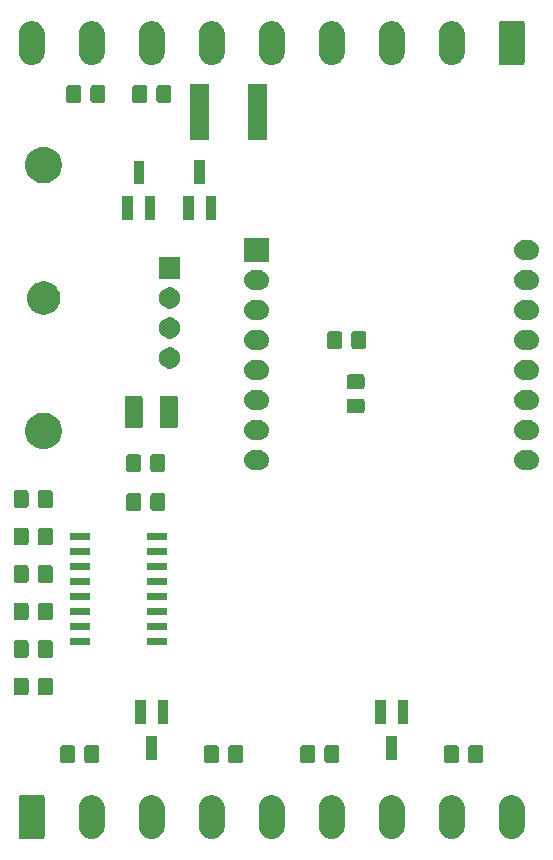
<source format=gbr>
G04 #@! TF.GenerationSoftware,KiCad,Pcbnew,5.1.5-52549c5~84~ubuntu18.04.1*
G04 #@! TF.CreationDate,2019-12-06T09:50:21+01:00*
G04 #@! TF.ProjectId,esp8266_temperature_iot,65737038-3236-4365-9f74-656d70657261,rev?*
G04 #@! TF.SameCoordinates,Original*
G04 #@! TF.FileFunction,Soldermask,Top*
G04 #@! TF.FilePolarity,Negative*
%FSLAX46Y46*%
G04 Gerber Fmt 4.6, Leading zero omitted, Abs format (unit mm)*
G04 Created by KiCad (PCBNEW 5.1.5-52549c5~84~ubuntu18.04.1) date 2019-12-06 09:50:21*
%MOMM*%
%LPD*%
G04 APERTURE LIST*
%ADD10C,0.100000*%
G04 APERTURE END LIST*
D10*
G36*
X96733870Y-157930786D02*
G01*
X96844779Y-157964430D01*
X96935053Y-157991814D01*
X96939529Y-157993172D01*
X97096165Y-158076896D01*
X97129059Y-158094478D01*
X97295186Y-158230814D01*
X97431522Y-158396941D01*
X97431525Y-158396945D01*
X97532828Y-158586470D01*
X97595214Y-158792129D01*
X97611000Y-158952409D01*
X97611000Y-160579591D01*
X97595214Y-160739871D01*
X97532828Y-160945530D01*
X97431525Y-161135055D01*
X97431523Y-161135058D01*
X97431522Y-161135059D01*
X97295186Y-161301186D01*
X97167583Y-161405906D01*
X97129055Y-161437525D01*
X96939530Y-161538828D01*
X96939527Y-161538829D01*
X96928058Y-161542308D01*
X96733871Y-161601214D01*
X96520000Y-161622278D01*
X96306130Y-161601214D01*
X96111943Y-161542308D01*
X96100474Y-161538829D01*
X96100471Y-161538828D01*
X95910946Y-161437525D01*
X95872418Y-161405906D01*
X95744815Y-161301186D01*
X95608479Y-161135059D01*
X95608478Y-161135058D01*
X95608476Y-161135055D01*
X95507171Y-160945527D01*
X95444786Y-160739874D01*
X95429000Y-160579591D01*
X95429000Y-158952410D01*
X95444786Y-158792130D01*
X95507172Y-158586471D01*
X95608477Y-158396943D01*
X95608478Y-158396941D01*
X95744814Y-158230814D01*
X95910941Y-158094478D01*
X95910942Y-158094477D01*
X95910945Y-158094475D01*
X96100470Y-157993172D01*
X96104947Y-157991814D01*
X96195220Y-157964430D01*
X96306129Y-157930786D01*
X96520000Y-157909722D01*
X96733870Y-157930786D01*
G37*
G36*
X61173870Y-157930786D02*
G01*
X61284779Y-157964430D01*
X61375053Y-157991814D01*
X61379529Y-157993172D01*
X61536165Y-158076896D01*
X61569059Y-158094478D01*
X61735186Y-158230814D01*
X61871522Y-158396941D01*
X61871525Y-158396945D01*
X61972828Y-158586470D01*
X62035214Y-158792129D01*
X62051000Y-158952409D01*
X62051000Y-160579591D01*
X62035214Y-160739871D01*
X61972828Y-160945530D01*
X61871525Y-161135055D01*
X61871523Y-161135058D01*
X61871522Y-161135059D01*
X61735186Y-161301186D01*
X61607583Y-161405906D01*
X61569055Y-161437525D01*
X61379530Y-161538828D01*
X61379527Y-161538829D01*
X61368058Y-161542308D01*
X61173871Y-161601214D01*
X60960000Y-161622278D01*
X60746130Y-161601214D01*
X60551943Y-161542308D01*
X60540474Y-161538829D01*
X60540471Y-161538828D01*
X60350946Y-161437525D01*
X60312418Y-161405906D01*
X60184815Y-161301186D01*
X60048479Y-161135059D01*
X60048478Y-161135058D01*
X60048476Y-161135055D01*
X59947171Y-160945527D01*
X59884786Y-160739874D01*
X59869000Y-160579591D01*
X59869000Y-158952410D01*
X59884786Y-158792130D01*
X59947172Y-158586471D01*
X60048477Y-158396943D01*
X60048478Y-158396941D01*
X60184814Y-158230814D01*
X60350941Y-158094478D01*
X60350942Y-158094477D01*
X60350945Y-158094475D01*
X60540470Y-157993172D01*
X60544947Y-157991814D01*
X60635220Y-157964430D01*
X60746129Y-157930786D01*
X60960000Y-157909722D01*
X61173870Y-157930786D01*
G37*
G36*
X66253870Y-157930786D02*
G01*
X66364779Y-157964430D01*
X66455053Y-157991814D01*
X66459529Y-157993172D01*
X66616165Y-158076896D01*
X66649059Y-158094478D01*
X66815186Y-158230814D01*
X66951522Y-158396941D01*
X66951525Y-158396945D01*
X67052828Y-158586470D01*
X67115214Y-158792129D01*
X67131000Y-158952409D01*
X67131000Y-160579591D01*
X67115214Y-160739871D01*
X67052828Y-160945530D01*
X66951525Y-161135055D01*
X66951523Y-161135058D01*
X66951522Y-161135059D01*
X66815186Y-161301186D01*
X66687583Y-161405906D01*
X66649055Y-161437525D01*
X66459530Y-161538828D01*
X66459527Y-161538829D01*
X66448058Y-161542308D01*
X66253871Y-161601214D01*
X66040000Y-161622278D01*
X65826130Y-161601214D01*
X65631943Y-161542308D01*
X65620474Y-161538829D01*
X65620471Y-161538828D01*
X65430946Y-161437525D01*
X65392418Y-161405906D01*
X65264815Y-161301186D01*
X65128479Y-161135059D01*
X65128478Y-161135058D01*
X65128476Y-161135055D01*
X65027171Y-160945527D01*
X64964786Y-160739874D01*
X64949000Y-160579591D01*
X64949000Y-158952410D01*
X64964786Y-158792130D01*
X65027172Y-158586471D01*
X65128477Y-158396943D01*
X65128478Y-158396941D01*
X65264814Y-158230814D01*
X65430941Y-158094478D01*
X65430942Y-158094477D01*
X65430945Y-158094475D01*
X65620470Y-157993172D01*
X65624947Y-157991814D01*
X65715220Y-157964430D01*
X65826129Y-157930786D01*
X66040000Y-157909722D01*
X66253870Y-157930786D01*
G37*
G36*
X71333870Y-157930786D02*
G01*
X71444779Y-157964430D01*
X71535053Y-157991814D01*
X71539529Y-157993172D01*
X71696165Y-158076896D01*
X71729059Y-158094478D01*
X71895186Y-158230814D01*
X72031522Y-158396941D01*
X72031525Y-158396945D01*
X72132828Y-158586470D01*
X72195214Y-158792129D01*
X72211000Y-158952409D01*
X72211000Y-160579591D01*
X72195214Y-160739871D01*
X72132828Y-160945530D01*
X72031525Y-161135055D01*
X72031523Y-161135058D01*
X72031522Y-161135059D01*
X71895186Y-161301186D01*
X71767583Y-161405906D01*
X71729055Y-161437525D01*
X71539530Y-161538828D01*
X71539527Y-161538829D01*
X71528058Y-161542308D01*
X71333871Y-161601214D01*
X71120000Y-161622278D01*
X70906130Y-161601214D01*
X70711943Y-161542308D01*
X70700474Y-161538829D01*
X70700471Y-161538828D01*
X70510946Y-161437525D01*
X70472418Y-161405906D01*
X70344815Y-161301186D01*
X70208479Y-161135059D01*
X70208478Y-161135058D01*
X70208476Y-161135055D01*
X70107171Y-160945527D01*
X70044786Y-160739874D01*
X70029000Y-160579591D01*
X70029000Y-158952410D01*
X70044786Y-158792130D01*
X70107172Y-158586471D01*
X70208477Y-158396943D01*
X70208478Y-158396941D01*
X70344814Y-158230814D01*
X70510941Y-158094478D01*
X70510942Y-158094477D01*
X70510945Y-158094475D01*
X70700470Y-157993172D01*
X70704947Y-157991814D01*
X70795220Y-157964430D01*
X70906129Y-157930786D01*
X71120000Y-157909722D01*
X71333870Y-157930786D01*
G37*
G36*
X76413870Y-157930786D02*
G01*
X76524779Y-157964430D01*
X76615053Y-157991814D01*
X76619529Y-157993172D01*
X76776165Y-158076896D01*
X76809059Y-158094478D01*
X76975186Y-158230814D01*
X77111522Y-158396941D01*
X77111525Y-158396945D01*
X77212828Y-158586470D01*
X77275214Y-158792129D01*
X77291000Y-158952409D01*
X77291000Y-160579591D01*
X77275214Y-160739871D01*
X77212828Y-160945530D01*
X77111525Y-161135055D01*
X77111523Y-161135058D01*
X77111522Y-161135059D01*
X76975186Y-161301186D01*
X76847583Y-161405906D01*
X76809055Y-161437525D01*
X76619530Y-161538828D01*
X76619527Y-161538829D01*
X76608058Y-161542308D01*
X76413871Y-161601214D01*
X76200000Y-161622278D01*
X75986130Y-161601214D01*
X75791943Y-161542308D01*
X75780474Y-161538829D01*
X75780471Y-161538828D01*
X75590946Y-161437525D01*
X75552418Y-161405906D01*
X75424815Y-161301186D01*
X75288479Y-161135059D01*
X75288478Y-161135058D01*
X75288476Y-161135055D01*
X75187171Y-160945527D01*
X75124786Y-160739874D01*
X75109000Y-160579591D01*
X75109000Y-158952410D01*
X75124786Y-158792130D01*
X75187172Y-158586471D01*
X75288477Y-158396943D01*
X75288478Y-158396941D01*
X75424814Y-158230814D01*
X75590941Y-158094478D01*
X75590942Y-158094477D01*
X75590945Y-158094475D01*
X75780470Y-157993172D01*
X75784947Y-157991814D01*
X75875220Y-157964430D01*
X75986129Y-157930786D01*
X76200000Y-157909722D01*
X76413870Y-157930786D01*
G37*
G36*
X86573870Y-157930786D02*
G01*
X86684779Y-157964430D01*
X86775053Y-157991814D01*
X86779529Y-157993172D01*
X86936165Y-158076896D01*
X86969059Y-158094478D01*
X87135186Y-158230814D01*
X87271522Y-158396941D01*
X87271525Y-158396945D01*
X87372828Y-158586470D01*
X87435214Y-158792129D01*
X87451000Y-158952409D01*
X87451000Y-160579591D01*
X87435214Y-160739871D01*
X87372828Y-160945530D01*
X87271525Y-161135055D01*
X87271523Y-161135058D01*
X87271522Y-161135059D01*
X87135186Y-161301186D01*
X87007583Y-161405906D01*
X86969055Y-161437525D01*
X86779530Y-161538828D01*
X86779527Y-161538829D01*
X86768058Y-161542308D01*
X86573871Y-161601214D01*
X86360000Y-161622278D01*
X86146130Y-161601214D01*
X85951943Y-161542308D01*
X85940474Y-161538829D01*
X85940471Y-161538828D01*
X85750946Y-161437525D01*
X85712418Y-161405906D01*
X85584815Y-161301186D01*
X85448479Y-161135059D01*
X85448478Y-161135058D01*
X85448476Y-161135055D01*
X85347171Y-160945527D01*
X85284786Y-160739874D01*
X85269000Y-160579591D01*
X85269000Y-158952410D01*
X85284786Y-158792130D01*
X85347172Y-158586471D01*
X85448477Y-158396943D01*
X85448478Y-158396941D01*
X85584814Y-158230814D01*
X85750941Y-158094478D01*
X85750942Y-158094477D01*
X85750945Y-158094475D01*
X85940470Y-157993172D01*
X85944947Y-157991814D01*
X86035220Y-157964430D01*
X86146129Y-157930786D01*
X86360000Y-157909722D01*
X86573870Y-157930786D01*
G37*
G36*
X81493870Y-157930786D02*
G01*
X81604779Y-157964430D01*
X81695053Y-157991814D01*
X81699529Y-157993172D01*
X81856165Y-158076896D01*
X81889059Y-158094478D01*
X82055186Y-158230814D01*
X82191522Y-158396941D01*
X82191525Y-158396945D01*
X82292828Y-158586470D01*
X82355214Y-158792129D01*
X82371000Y-158952409D01*
X82371000Y-160579591D01*
X82355214Y-160739871D01*
X82292828Y-160945530D01*
X82191525Y-161135055D01*
X82191523Y-161135058D01*
X82191522Y-161135059D01*
X82055186Y-161301186D01*
X81927583Y-161405906D01*
X81889055Y-161437525D01*
X81699530Y-161538828D01*
X81699527Y-161538829D01*
X81688058Y-161542308D01*
X81493871Y-161601214D01*
X81280000Y-161622278D01*
X81066130Y-161601214D01*
X80871943Y-161542308D01*
X80860474Y-161538829D01*
X80860471Y-161538828D01*
X80670946Y-161437525D01*
X80632418Y-161405906D01*
X80504815Y-161301186D01*
X80368479Y-161135059D01*
X80368478Y-161135058D01*
X80368476Y-161135055D01*
X80267171Y-160945527D01*
X80204786Y-160739874D01*
X80189000Y-160579591D01*
X80189000Y-158952410D01*
X80204786Y-158792130D01*
X80267172Y-158586471D01*
X80368477Y-158396943D01*
X80368478Y-158396941D01*
X80504814Y-158230814D01*
X80670941Y-158094478D01*
X80670942Y-158094477D01*
X80670945Y-158094475D01*
X80860470Y-157993172D01*
X80864947Y-157991814D01*
X80955220Y-157964430D01*
X81066129Y-157930786D01*
X81280000Y-157909722D01*
X81493870Y-157930786D01*
G37*
G36*
X91653870Y-157930786D02*
G01*
X91764779Y-157964430D01*
X91855053Y-157991814D01*
X91859529Y-157993172D01*
X92016165Y-158076896D01*
X92049059Y-158094478D01*
X92215186Y-158230814D01*
X92351522Y-158396941D01*
X92351525Y-158396945D01*
X92452828Y-158586470D01*
X92515214Y-158792129D01*
X92531000Y-158952409D01*
X92531000Y-160579591D01*
X92515214Y-160739871D01*
X92452828Y-160945530D01*
X92351525Y-161135055D01*
X92351523Y-161135058D01*
X92351522Y-161135059D01*
X92215186Y-161301186D01*
X92087583Y-161405906D01*
X92049055Y-161437525D01*
X91859530Y-161538828D01*
X91859527Y-161538829D01*
X91848058Y-161542308D01*
X91653871Y-161601214D01*
X91440000Y-161622278D01*
X91226130Y-161601214D01*
X91031943Y-161542308D01*
X91020474Y-161538829D01*
X91020471Y-161538828D01*
X90830946Y-161437525D01*
X90792418Y-161405906D01*
X90664815Y-161301186D01*
X90528479Y-161135059D01*
X90528478Y-161135058D01*
X90528476Y-161135055D01*
X90427171Y-160945527D01*
X90364786Y-160739874D01*
X90349000Y-160579591D01*
X90349000Y-158952410D01*
X90364786Y-158792130D01*
X90427172Y-158586471D01*
X90528477Y-158396943D01*
X90528478Y-158396941D01*
X90664814Y-158230814D01*
X90830941Y-158094478D01*
X90830942Y-158094477D01*
X90830945Y-158094475D01*
X91020470Y-157993172D01*
X91024947Y-157991814D01*
X91115220Y-157964430D01*
X91226129Y-157930786D01*
X91440000Y-157909722D01*
X91653870Y-157930786D01*
G37*
G36*
X56836217Y-157918808D02*
G01*
X56867489Y-157928294D01*
X56896308Y-157943698D01*
X56921570Y-157964430D01*
X56942302Y-157989692D01*
X56957706Y-158018511D01*
X56967192Y-158049783D01*
X56971000Y-158088448D01*
X56971000Y-161443552D01*
X56967192Y-161482217D01*
X56957706Y-161513489D01*
X56942302Y-161542308D01*
X56921570Y-161567570D01*
X56896308Y-161588302D01*
X56867489Y-161603706D01*
X56836217Y-161613192D01*
X56797552Y-161617000D01*
X54962448Y-161617000D01*
X54923783Y-161613192D01*
X54892511Y-161603706D01*
X54863692Y-161588302D01*
X54838430Y-161567570D01*
X54817698Y-161542308D01*
X54802294Y-161513489D01*
X54792808Y-161482217D01*
X54789000Y-161443552D01*
X54789000Y-158088448D01*
X54792808Y-158049783D01*
X54802294Y-158018511D01*
X54817698Y-157989692D01*
X54838430Y-157964430D01*
X54863692Y-157943698D01*
X54892511Y-157928294D01*
X54923783Y-157918808D01*
X54962448Y-157915000D01*
X56797552Y-157915000D01*
X56836217Y-157918808D01*
G37*
G36*
X59382674Y-153685465D02*
G01*
X59420367Y-153696899D01*
X59455103Y-153715466D01*
X59485548Y-153740452D01*
X59510534Y-153770897D01*
X59529101Y-153805633D01*
X59540535Y-153843326D01*
X59545000Y-153888661D01*
X59545000Y-154975339D01*
X59540535Y-155020674D01*
X59529101Y-155058367D01*
X59510534Y-155093103D01*
X59485548Y-155123548D01*
X59455103Y-155148534D01*
X59420367Y-155167101D01*
X59382674Y-155178535D01*
X59337339Y-155183000D01*
X58500661Y-155183000D01*
X58455326Y-155178535D01*
X58417633Y-155167101D01*
X58382897Y-155148534D01*
X58352452Y-155123548D01*
X58327466Y-155093103D01*
X58308899Y-155058367D01*
X58297465Y-155020674D01*
X58293000Y-154975339D01*
X58293000Y-153888661D01*
X58297465Y-153843326D01*
X58308899Y-153805633D01*
X58327466Y-153770897D01*
X58352452Y-153740452D01*
X58382897Y-153715466D01*
X58417633Y-153696899D01*
X58455326Y-153685465D01*
X58500661Y-153681000D01*
X59337339Y-153681000D01*
X59382674Y-153685465D01*
G37*
G36*
X91885674Y-153685465D02*
G01*
X91923367Y-153696899D01*
X91958103Y-153715466D01*
X91988548Y-153740452D01*
X92013534Y-153770897D01*
X92032101Y-153805633D01*
X92043535Y-153843326D01*
X92048000Y-153888661D01*
X92048000Y-154975339D01*
X92043535Y-155020674D01*
X92032101Y-155058367D01*
X92013534Y-155093103D01*
X91988548Y-155123548D01*
X91958103Y-155148534D01*
X91923367Y-155167101D01*
X91885674Y-155178535D01*
X91840339Y-155183000D01*
X91003661Y-155183000D01*
X90958326Y-155178535D01*
X90920633Y-155167101D01*
X90885897Y-155148534D01*
X90855452Y-155123548D01*
X90830466Y-155093103D01*
X90811899Y-155058367D01*
X90800465Y-155020674D01*
X90796000Y-154975339D01*
X90796000Y-153888661D01*
X90800465Y-153843326D01*
X90811899Y-153805633D01*
X90830466Y-153770897D01*
X90855452Y-153740452D01*
X90885897Y-153715466D01*
X90920633Y-153696899D01*
X90958326Y-153685465D01*
X91003661Y-153681000D01*
X91840339Y-153681000D01*
X91885674Y-153685465D01*
G37*
G36*
X93935674Y-153685465D02*
G01*
X93973367Y-153696899D01*
X94008103Y-153715466D01*
X94038548Y-153740452D01*
X94063534Y-153770897D01*
X94082101Y-153805633D01*
X94093535Y-153843326D01*
X94098000Y-153888661D01*
X94098000Y-154975339D01*
X94093535Y-155020674D01*
X94082101Y-155058367D01*
X94063534Y-155093103D01*
X94038548Y-155123548D01*
X94008103Y-155148534D01*
X93973367Y-155167101D01*
X93935674Y-155178535D01*
X93890339Y-155183000D01*
X93053661Y-155183000D01*
X93008326Y-155178535D01*
X92970633Y-155167101D01*
X92935897Y-155148534D01*
X92905452Y-155123548D01*
X92880466Y-155093103D01*
X92861899Y-155058367D01*
X92850465Y-155020674D01*
X92846000Y-154975339D01*
X92846000Y-153888661D01*
X92850465Y-153843326D01*
X92861899Y-153805633D01*
X92880466Y-153770897D01*
X92905452Y-153740452D01*
X92935897Y-153715466D01*
X92970633Y-153696899D01*
X93008326Y-153685465D01*
X93053661Y-153681000D01*
X93890339Y-153681000D01*
X93935674Y-153685465D01*
G37*
G36*
X81761674Y-153685465D02*
G01*
X81799367Y-153696899D01*
X81834103Y-153715466D01*
X81864548Y-153740452D01*
X81889534Y-153770897D01*
X81908101Y-153805633D01*
X81919535Y-153843326D01*
X81924000Y-153888661D01*
X81924000Y-154975339D01*
X81919535Y-155020674D01*
X81908101Y-155058367D01*
X81889534Y-155093103D01*
X81864548Y-155123548D01*
X81834103Y-155148534D01*
X81799367Y-155167101D01*
X81761674Y-155178535D01*
X81716339Y-155183000D01*
X80879661Y-155183000D01*
X80834326Y-155178535D01*
X80796633Y-155167101D01*
X80761897Y-155148534D01*
X80731452Y-155123548D01*
X80706466Y-155093103D01*
X80687899Y-155058367D01*
X80676465Y-155020674D01*
X80672000Y-154975339D01*
X80672000Y-153888661D01*
X80676465Y-153843326D01*
X80687899Y-153805633D01*
X80706466Y-153770897D01*
X80731452Y-153740452D01*
X80761897Y-153715466D01*
X80796633Y-153696899D01*
X80834326Y-153685465D01*
X80879661Y-153681000D01*
X81716339Y-153681000D01*
X81761674Y-153685465D01*
G37*
G36*
X79711674Y-153685465D02*
G01*
X79749367Y-153696899D01*
X79784103Y-153715466D01*
X79814548Y-153740452D01*
X79839534Y-153770897D01*
X79858101Y-153805633D01*
X79869535Y-153843326D01*
X79874000Y-153888661D01*
X79874000Y-154975339D01*
X79869535Y-155020674D01*
X79858101Y-155058367D01*
X79839534Y-155093103D01*
X79814548Y-155123548D01*
X79784103Y-155148534D01*
X79749367Y-155167101D01*
X79711674Y-155178535D01*
X79666339Y-155183000D01*
X78829661Y-155183000D01*
X78784326Y-155178535D01*
X78746633Y-155167101D01*
X78711897Y-155148534D01*
X78681452Y-155123548D01*
X78656466Y-155093103D01*
X78637899Y-155058367D01*
X78626465Y-155020674D01*
X78622000Y-154975339D01*
X78622000Y-153888661D01*
X78626465Y-153843326D01*
X78637899Y-153805633D01*
X78656466Y-153770897D01*
X78681452Y-153740452D01*
X78711897Y-153715466D01*
X78746633Y-153696899D01*
X78784326Y-153685465D01*
X78829661Y-153681000D01*
X79666339Y-153681000D01*
X79711674Y-153685465D01*
G37*
G36*
X71565674Y-153685465D02*
G01*
X71603367Y-153696899D01*
X71638103Y-153715466D01*
X71668548Y-153740452D01*
X71693534Y-153770897D01*
X71712101Y-153805633D01*
X71723535Y-153843326D01*
X71728000Y-153888661D01*
X71728000Y-154975339D01*
X71723535Y-155020674D01*
X71712101Y-155058367D01*
X71693534Y-155093103D01*
X71668548Y-155123548D01*
X71638103Y-155148534D01*
X71603367Y-155167101D01*
X71565674Y-155178535D01*
X71520339Y-155183000D01*
X70683661Y-155183000D01*
X70638326Y-155178535D01*
X70600633Y-155167101D01*
X70565897Y-155148534D01*
X70535452Y-155123548D01*
X70510466Y-155093103D01*
X70491899Y-155058367D01*
X70480465Y-155020674D01*
X70476000Y-154975339D01*
X70476000Y-153888661D01*
X70480465Y-153843326D01*
X70491899Y-153805633D01*
X70510466Y-153770897D01*
X70535452Y-153740452D01*
X70565897Y-153715466D01*
X70600633Y-153696899D01*
X70638326Y-153685465D01*
X70683661Y-153681000D01*
X71520339Y-153681000D01*
X71565674Y-153685465D01*
G37*
G36*
X73615674Y-153685465D02*
G01*
X73653367Y-153696899D01*
X73688103Y-153715466D01*
X73718548Y-153740452D01*
X73743534Y-153770897D01*
X73762101Y-153805633D01*
X73773535Y-153843326D01*
X73778000Y-153888661D01*
X73778000Y-154975339D01*
X73773535Y-155020674D01*
X73762101Y-155058367D01*
X73743534Y-155093103D01*
X73718548Y-155123548D01*
X73688103Y-155148534D01*
X73653367Y-155167101D01*
X73615674Y-155178535D01*
X73570339Y-155183000D01*
X72733661Y-155183000D01*
X72688326Y-155178535D01*
X72650633Y-155167101D01*
X72615897Y-155148534D01*
X72585452Y-155123548D01*
X72560466Y-155093103D01*
X72541899Y-155058367D01*
X72530465Y-155020674D01*
X72526000Y-154975339D01*
X72526000Y-153888661D01*
X72530465Y-153843326D01*
X72541899Y-153805633D01*
X72560466Y-153770897D01*
X72585452Y-153740452D01*
X72615897Y-153715466D01*
X72650633Y-153696899D01*
X72688326Y-153685465D01*
X72733661Y-153681000D01*
X73570339Y-153681000D01*
X73615674Y-153685465D01*
G37*
G36*
X61432674Y-153685465D02*
G01*
X61470367Y-153696899D01*
X61505103Y-153715466D01*
X61535548Y-153740452D01*
X61560534Y-153770897D01*
X61579101Y-153805633D01*
X61590535Y-153843326D01*
X61595000Y-153888661D01*
X61595000Y-154975339D01*
X61590535Y-155020674D01*
X61579101Y-155058367D01*
X61560534Y-155093103D01*
X61535548Y-155123548D01*
X61505103Y-155148534D01*
X61470367Y-155167101D01*
X61432674Y-155178535D01*
X61387339Y-155183000D01*
X60550661Y-155183000D01*
X60505326Y-155178535D01*
X60467633Y-155167101D01*
X60432897Y-155148534D01*
X60402452Y-155123548D01*
X60377466Y-155093103D01*
X60358899Y-155058367D01*
X60347465Y-155020674D01*
X60343000Y-154975339D01*
X60343000Y-153888661D01*
X60347465Y-153843326D01*
X60358899Y-153805633D01*
X60377466Y-153770897D01*
X60402452Y-153740452D01*
X60432897Y-153715466D01*
X60467633Y-153696899D01*
X60505326Y-153685465D01*
X60550661Y-153681000D01*
X61387339Y-153681000D01*
X61432674Y-153685465D01*
G37*
G36*
X66491000Y-154901000D02*
G01*
X65589000Y-154901000D01*
X65589000Y-152899000D01*
X66491000Y-152899000D01*
X66491000Y-154901000D01*
G37*
G36*
X86811000Y-154901000D02*
G01*
X85909000Y-154901000D01*
X85909000Y-152899000D01*
X86811000Y-152899000D01*
X86811000Y-154901000D01*
G37*
G36*
X87761000Y-151901000D02*
G01*
X86859000Y-151901000D01*
X86859000Y-149899000D01*
X87761000Y-149899000D01*
X87761000Y-151901000D01*
G37*
G36*
X85861000Y-151901000D02*
G01*
X84959000Y-151901000D01*
X84959000Y-149899000D01*
X85861000Y-149899000D01*
X85861000Y-151901000D01*
G37*
G36*
X67441000Y-151901000D02*
G01*
X66539000Y-151901000D01*
X66539000Y-149899000D01*
X67441000Y-149899000D01*
X67441000Y-151901000D01*
G37*
G36*
X65541000Y-151901000D02*
G01*
X64639000Y-151901000D01*
X64639000Y-149899000D01*
X65541000Y-149899000D01*
X65541000Y-151901000D01*
G37*
G36*
X57504674Y-147970465D02*
G01*
X57542367Y-147981899D01*
X57577103Y-148000466D01*
X57607548Y-148025452D01*
X57632534Y-148055897D01*
X57651101Y-148090633D01*
X57662535Y-148128326D01*
X57667000Y-148173661D01*
X57667000Y-149260339D01*
X57662535Y-149305674D01*
X57651101Y-149343367D01*
X57632534Y-149378103D01*
X57607548Y-149408548D01*
X57577103Y-149433534D01*
X57542367Y-149452101D01*
X57504674Y-149463535D01*
X57459339Y-149468000D01*
X56622661Y-149468000D01*
X56577326Y-149463535D01*
X56539633Y-149452101D01*
X56504897Y-149433534D01*
X56474452Y-149408548D01*
X56449466Y-149378103D01*
X56430899Y-149343367D01*
X56419465Y-149305674D01*
X56415000Y-149260339D01*
X56415000Y-148173661D01*
X56419465Y-148128326D01*
X56430899Y-148090633D01*
X56449466Y-148055897D01*
X56474452Y-148025452D01*
X56504897Y-148000466D01*
X56539633Y-147981899D01*
X56577326Y-147970465D01*
X56622661Y-147966000D01*
X57459339Y-147966000D01*
X57504674Y-147970465D01*
G37*
G36*
X55454674Y-147970465D02*
G01*
X55492367Y-147981899D01*
X55527103Y-148000466D01*
X55557548Y-148025452D01*
X55582534Y-148055897D01*
X55601101Y-148090633D01*
X55612535Y-148128326D01*
X55617000Y-148173661D01*
X55617000Y-149260339D01*
X55612535Y-149305674D01*
X55601101Y-149343367D01*
X55582534Y-149378103D01*
X55557548Y-149408548D01*
X55527103Y-149433534D01*
X55492367Y-149452101D01*
X55454674Y-149463535D01*
X55409339Y-149468000D01*
X54572661Y-149468000D01*
X54527326Y-149463535D01*
X54489633Y-149452101D01*
X54454897Y-149433534D01*
X54424452Y-149408548D01*
X54399466Y-149378103D01*
X54380899Y-149343367D01*
X54369465Y-149305674D01*
X54365000Y-149260339D01*
X54365000Y-148173661D01*
X54369465Y-148128326D01*
X54380899Y-148090633D01*
X54399466Y-148055897D01*
X54424452Y-148025452D01*
X54454897Y-148000466D01*
X54489633Y-147981899D01*
X54527326Y-147970465D01*
X54572661Y-147966000D01*
X55409339Y-147966000D01*
X55454674Y-147970465D01*
G37*
G36*
X55454674Y-144795465D02*
G01*
X55492367Y-144806899D01*
X55527103Y-144825466D01*
X55557548Y-144850452D01*
X55582534Y-144880897D01*
X55601101Y-144915633D01*
X55612535Y-144953326D01*
X55617000Y-144998661D01*
X55617000Y-146085339D01*
X55612535Y-146130674D01*
X55601101Y-146168367D01*
X55582534Y-146203103D01*
X55557548Y-146233548D01*
X55527103Y-146258534D01*
X55492367Y-146277101D01*
X55454674Y-146288535D01*
X55409339Y-146293000D01*
X54572661Y-146293000D01*
X54527326Y-146288535D01*
X54489633Y-146277101D01*
X54454897Y-146258534D01*
X54424452Y-146233548D01*
X54399466Y-146203103D01*
X54380899Y-146168367D01*
X54369465Y-146130674D01*
X54365000Y-146085339D01*
X54365000Y-144998661D01*
X54369465Y-144953326D01*
X54380899Y-144915633D01*
X54399466Y-144880897D01*
X54424452Y-144850452D01*
X54454897Y-144825466D01*
X54489633Y-144806899D01*
X54527326Y-144795465D01*
X54572661Y-144791000D01*
X55409339Y-144791000D01*
X55454674Y-144795465D01*
G37*
G36*
X57504674Y-144795465D02*
G01*
X57542367Y-144806899D01*
X57577103Y-144825466D01*
X57607548Y-144850452D01*
X57632534Y-144880897D01*
X57651101Y-144915633D01*
X57662535Y-144953326D01*
X57667000Y-144998661D01*
X57667000Y-146085339D01*
X57662535Y-146130674D01*
X57651101Y-146168367D01*
X57632534Y-146203103D01*
X57607548Y-146233548D01*
X57577103Y-146258534D01*
X57542367Y-146277101D01*
X57504674Y-146288535D01*
X57459339Y-146293000D01*
X56622661Y-146293000D01*
X56577326Y-146288535D01*
X56539633Y-146277101D01*
X56504897Y-146258534D01*
X56474452Y-146233548D01*
X56449466Y-146203103D01*
X56430899Y-146168367D01*
X56419465Y-146130674D01*
X56415000Y-146085339D01*
X56415000Y-144998661D01*
X56419465Y-144953326D01*
X56430899Y-144915633D01*
X56449466Y-144880897D01*
X56474452Y-144850452D01*
X56504897Y-144825466D01*
X56539633Y-144806899D01*
X56577326Y-144795465D01*
X56622661Y-144791000D01*
X57459339Y-144791000D01*
X57504674Y-144795465D01*
G37*
G36*
X60765987Y-144583524D02*
G01*
X60784730Y-144589210D01*
X60801997Y-144598439D01*
X60817136Y-144610864D01*
X60829561Y-144626003D01*
X60838790Y-144643270D01*
X60844476Y-144662013D01*
X60847000Y-144687640D01*
X60847000Y-145126360D01*
X60844476Y-145151987D01*
X60838790Y-145170730D01*
X60829561Y-145187997D01*
X60817136Y-145203136D01*
X60801997Y-145215561D01*
X60784730Y-145224790D01*
X60765987Y-145230476D01*
X60740360Y-145233000D01*
X59251640Y-145233000D01*
X59226013Y-145230476D01*
X59207270Y-145224790D01*
X59190003Y-145215561D01*
X59174864Y-145203136D01*
X59162439Y-145187997D01*
X59153210Y-145170730D01*
X59147524Y-145151987D01*
X59145000Y-145126360D01*
X59145000Y-144687640D01*
X59147524Y-144662013D01*
X59153210Y-144643270D01*
X59162439Y-144626003D01*
X59174864Y-144610864D01*
X59190003Y-144598439D01*
X59207270Y-144589210D01*
X59226013Y-144583524D01*
X59251640Y-144581000D01*
X60740360Y-144581000D01*
X60765987Y-144583524D01*
G37*
G36*
X67265987Y-144583524D02*
G01*
X67284730Y-144589210D01*
X67301997Y-144598439D01*
X67317136Y-144610864D01*
X67329561Y-144626003D01*
X67338790Y-144643270D01*
X67344476Y-144662013D01*
X67347000Y-144687640D01*
X67347000Y-145126360D01*
X67344476Y-145151987D01*
X67338790Y-145170730D01*
X67329561Y-145187997D01*
X67317136Y-145203136D01*
X67301997Y-145215561D01*
X67284730Y-145224790D01*
X67265987Y-145230476D01*
X67240360Y-145233000D01*
X65751640Y-145233000D01*
X65726013Y-145230476D01*
X65707270Y-145224790D01*
X65690003Y-145215561D01*
X65674864Y-145203136D01*
X65662439Y-145187997D01*
X65653210Y-145170730D01*
X65647524Y-145151987D01*
X65645000Y-145126360D01*
X65645000Y-144687640D01*
X65647524Y-144662013D01*
X65653210Y-144643270D01*
X65662439Y-144626003D01*
X65674864Y-144610864D01*
X65690003Y-144598439D01*
X65707270Y-144589210D01*
X65726013Y-144583524D01*
X65751640Y-144581000D01*
X67240360Y-144581000D01*
X67265987Y-144583524D01*
G37*
G36*
X67265987Y-143313524D02*
G01*
X67284730Y-143319210D01*
X67301997Y-143328439D01*
X67317136Y-143340864D01*
X67329561Y-143356003D01*
X67338790Y-143373270D01*
X67344476Y-143392013D01*
X67347000Y-143417640D01*
X67347000Y-143856360D01*
X67344476Y-143881987D01*
X67338790Y-143900730D01*
X67329561Y-143917997D01*
X67317136Y-143933136D01*
X67301997Y-143945561D01*
X67284730Y-143954790D01*
X67265987Y-143960476D01*
X67240360Y-143963000D01*
X65751640Y-143963000D01*
X65726013Y-143960476D01*
X65707270Y-143954790D01*
X65690003Y-143945561D01*
X65674864Y-143933136D01*
X65662439Y-143917997D01*
X65653210Y-143900730D01*
X65647524Y-143881987D01*
X65645000Y-143856360D01*
X65645000Y-143417640D01*
X65647524Y-143392013D01*
X65653210Y-143373270D01*
X65662439Y-143356003D01*
X65674864Y-143340864D01*
X65690003Y-143328439D01*
X65707270Y-143319210D01*
X65726013Y-143313524D01*
X65751640Y-143311000D01*
X67240360Y-143311000D01*
X67265987Y-143313524D01*
G37*
G36*
X60765987Y-143313524D02*
G01*
X60784730Y-143319210D01*
X60801997Y-143328439D01*
X60817136Y-143340864D01*
X60829561Y-143356003D01*
X60838790Y-143373270D01*
X60844476Y-143392013D01*
X60847000Y-143417640D01*
X60847000Y-143856360D01*
X60844476Y-143881987D01*
X60838790Y-143900730D01*
X60829561Y-143917997D01*
X60817136Y-143933136D01*
X60801997Y-143945561D01*
X60784730Y-143954790D01*
X60765987Y-143960476D01*
X60740360Y-143963000D01*
X59251640Y-143963000D01*
X59226013Y-143960476D01*
X59207270Y-143954790D01*
X59190003Y-143945561D01*
X59174864Y-143933136D01*
X59162439Y-143917997D01*
X59153210Y-143900730D01*
X59147524Y-143881987D01*
X59145000Y-143856360D01*
X59145000Y-143417640D01*
X59147524Y-143392013D01*
X59153210Y-143373270D01*
X59162439Y-143356003D01*
X59174864Y-143340864D01*
X59190003Y-143328439D01*
X59207270Y-143319210D01*
X59226013Y-143313524D01*
X59251640Y-143311000D01*
X60740360Y-143311000D01*
X60765987Y-143313524D01*
G37*
G36*
X57504674Y-141620465D02*
G01*
X57542367Y-141631899D01*
X57577103Y-141650466D01*
X57607548Y-141675452D01*
X57632534Y-141705897D01*
X57651101Y-141740633D01*
X57662535Y-141778326D01*
X57667000Y-141823661D01*
X57667000Y-142910339D01*
X57662535Y-142955674D01*
X57651101Y-142993367D01*
X57632534Y-143028103D01*
X57607548Y-143058548D01*
X57577103Y-143083534D01*
X57542367Y-143102101D01*
X57504674Y-143113535D01*
X57459339Y-143118000D01*
X56622661Y-143118000D01*
X56577326Y-143113535D01*
X56539633Y-143102101D01*
X56504897Y-143083534D01*
X56474452Y-143058548D01*
X56449466Y-143028103D01*
X56430899Y-142993367D01*
X56419465Y-142955674D01*
X56415000Y-142910339D01*
X56415000Y-141823661D01*
X56419465Y-141778326D01*
X56430899Y-141740633D01*
X56449466Y-141705897D01*
X56474452Y-141675452D01*
X56504897Y-141650466D01*
X56539633Y-141631899D01*
X56577326Y-141620465D01*
X56622661Y-141616000D01*
X57459339Y-141616000D01*
X57504674Y-141620465D01*
G37*
G36*
X55454674Y-141620465D02*
G01*
X55492367Y-141631899D01*
X55527103Y-141650466D01*
X55557548Y-141675452D01*
X55582534Y-141705897D01*
X55601101Y-141740633D01*
X55612535Y-141778326D01*
X55617000Y-141823661D01*
X55617000Y-142910339D01*
X55612535Y-142955674D01*
X55601101Y-142993367D01*
X55582534Y-143028103D01*
X55557548Y-143058548D01*
X55527103Y-143083534D01*
X55492367Y-143102101D01*
X55454674Y-143113535D01*
X55409339Y-143118000D01*
X54572661Y-143118000D01*
X54527326Y-143113535D01*
X54489633Y-143102101D01*
X54454897Y-143083534D01*
X54424452Y-143058548D01*
X54399466Y-143028103D01*
X54380899Y-142993367D01*
X54369465Y-142955674D01*
X54365000Y-142910339D01*
X54365000Y-141823661D01*
X54369465Y-141778326D01*
X54380899Y-141740633D01*
X54399466Y-141705897D01*
X54424452Y-141675452D01*
X54454897Y-141650466D01*
X54489633Y-141631899D01*
X54527326Y-141620465D01*
X54572661Y-141616000D01*
X55409339Y-141616000D01*
X55454674Y-141620465D01*
G37*
G36*
X60765987Y-142043524D02*
G01*
X60784730Y-142049210D01*
X60801997Y-142058439D01*
X60817136Y-142070864D01*
X60829561Y-142086003D01*
X60838790Y-142103270D01*
X60844476Y-142122013D01*
X60847000Y-142147640D01*
X60847000Y-142586360D01*
X60844476Y-142611987D01*
X60838790Y-142630730D01*
X60829561Y-142647997D01*
X60817136Y-142663136D01*
X60801997Y-142675561D01*
X60784730Y-142684790D01*
X60765987Y-142690476D01*
X60740360Y-142693000D01*
X59251640Y-142693000D01*
X59226013Y-142690476D01*
X59207270Y-142684790D01*
X59190003Y-142675561D01*
X59174864Y-142663136D01*
X59162439Y-142647997D01*
X59153210Y-142630730D01*
X59147524Y-142611987D01*
X59145000Y-142586360D01*
X59145000Y-142147640D01*
X59147524Y-142122013D01*
X59153210Y-142103270D01*
X59162439Y-142086003D01*
X59174864Y-142070864D01*
X59190003Y-142058439D01*
X59207270Y-142049210D01*
X59226013Y-142043524D01*
X59251640Y-142041000D01*
X60740360Y-142041000D01*
X60765987Y-142043524D01*
G37*
G36*
X67265987Y-142043524D02*
G01*
X67284730Y-142049210D01*
X67301997Y-142058439D01*
X67317136Y-142070864D01*
X67329561Y-142086003D01*
X67338790Y-142103270D01*
X67344476Y-142122013D01*
X67347000Y-142147640D01*
X67347000Y-142586360D01*
X67344476Y-142611987D01*
X67338790Y-142630730D01*
X67329561Y-142647997D01*
X67317136Y-142663136D01*
X67301997Y-142675561D01*
X67284730Y-142684790D01*
X67265987Y-142690476D01*
X67240360Y-142693000D01*
X65751640Y-142693000D01*
X65726013Y-142690476D01*
X65707270Y-142684790D01*
X65690003Y-142675561D01*
X65674864Y-142663136D01*
X65662439Y-142647997D01*
X65653210Y-142630730D01*
X65647524Y-142611987D01*
X65645000Y-142586360D01*
X65645000Y-142147640D01*
X65647524Y-142122013D01*
X65653210Y-142103270D01*
X65662439Y-142086003D01*
X65674864Y-142070864D01*
X65690003Y-142058439D01*
X65707270Y-142049210D01*
X65726013Y-142043524D01*
X65751640Y-142041000D01*
X67240360Y-142041000D01*
X67265987Y-142043524D01*
G37*
G36*
X60765987Y-140773524D02*
G01*
X60784730Y-140779210D01*
X60801997Y-140788439D01*
X60817136Y-140800864D01*
X60829561Y-140816003D01*
X60838790Y-140833270D01*
X60844476Y-140852013D01*
X60847000Y-140877640D01*
X60847000Y-141316360D01*
X60844476Y-141341987D01*
X60838790Y-141360730D01*
X60829561Y-141377997D01*
X60817136Y-141393136D01*
X60801997Y-141405561D01*
X60784730Y-141414790D01*
X60765987Y-141420476D01*
X60740360Y-141423000D01*
X59251640Y-141423000D01*
X59226013Y-141420476D01*
X59207270Y-141414790D01*
X59190003Y-141405561D01*
X59174864Y-141393136D01*
X59162439Y-141377997D01*
X59153210Y-141360730D01*
X59147524Y-141341987D01*
X59145000Y-141316360D01*
X59145000Y-140877640D01*
X59147524Y-140852013D01*
X59153210Y-140833270D01*
X59162439Y-140816003D01*
X59174864Y-140800864D01*
X59190003Y-140788439D01*
X59207270Y-140779210D01*
X59226013Y-140773524D01*
X59251640Y-140771000D01*
X60740360Y-140771000D01*
X60765987Y-140773524D01*
G37*
G36*
X67265987Y-140773524D02*
G01*
X67284730Y-140779210D01*
X67301997Y-140788439D01*
X67317136Y-140800864D01*
X67329561Y-140816003D01*
X67338790Y-140833270D01*
X67344476Y-140852013D01*
X67347000Y-140877640D01*
X67347000Y-141316360D01*
X67344476Y-141341987D01*
X67338790Y-141360730D01*
X67329561Y-141377997D01*
X67317136Y-141393136D01*
X67301997Y-141405561D01*
X67284730Y-141414790D01*
X67265987Y-141420476D01*
X67240360Y-141423000D01*
X65751640Y-141423000D01*
X65726013Y-141420476D01*
X65707270Y-141414790D01*
X65690003Y-141405561D01*
X65674864Y-141393136D01*
X65662439Y-141377997D01*
X65653210Y-141360730D01*
X65647524Y-141341987D01*
X65645000Y-141316360D01*
X65645000Y-140877640D01*
X65647524Y-140852013D01*
X65653210Y-140833270D01*
X65662439Y-140816003D01*
X65674864Y-140800864D01*
X65690003Y-140788439D01*
X65707270Y-140779210D01*
X65726013Y-140773524D01*
X65751640Y-140771000D01*
X67240360Y-140771000D01*
X67265987Y-140773524D01*
G37*
G36*
X60765987Y-139503524D02*
G01*
X60784730Y-139509210D01*
X60801997Y-139518439D01*
X60817136Y-139530864D01*
X60829561Y-139546003D01*
X60838790Y-139563270D01*
X60844476Y-139582013D01*
X60847000Y-139607640D01*
X60847000Y-140046360D01*
X60844476Y-140071987D01*
X60838790Y-140090730D01*
X60829561Y-140107997D01*
X60817136Y-140123136D01*
X60801997Y-140135561D01*
X60784730Y-140144790D01*
X60765987Y-140150476D01*
X60740360Y-140153000D01*
X59251640Y-140153000D01*
X59226013Y-140150476D01*
X59207270Y-140144790D01*
X59190003Y-140135561D01*
X59174864Y-140123136D01*
X59162439Y-140107997D01*
X59153210Y-140090730D01*
X59147524Y-140071987D01*
X59145000Y-140046360D01*
X59145000Y-139607640D01*
X59147524Y-139582013D01*
X59153210Y-139563270D01*
X59162439Y-139546003D01*
X59174864Y-139530864D01*
X59190003Y-139518439D01*
X59207270Y-139509210D01*
X59226013Y-139503524D01*
X59251640Y-139501000D01*
X60740360Y-139501000D01*
X60765987Y-139503524D01*
G37*
G36*
X67265987Y-139503524D02*
G01*
X67284730Y-139509210D01*
X67301997Y-139518439D01*
X67317136Y-139530864D01*
X67329561Y-139546003D01*
X67338790Y-139563270D01*
X67344476Y-139582013D01*
X67347000Y-139607640D01*
X67347000Y-140046360D01*
X67344476Y-140071987D01*
X67338790Y-140090730D01*
X67329561Y-140107997D01*
X67317136Y-140123136D01*
X67301997Y-140135561D01*
X67284730Y-140144790D01*
X67265987Y-140150476D01*
X67240360Y-140153000D01*
X65751640Y-140153000D01*
X65726013Y-140150476D01*
X65707270Y-140144790D01*
X65690003Y-140135561D01*
X65674864Y-140123136D01*
X65662439Y-140107997D01*
X65653210Y-140090730D01*
X65647524Y-140071987D01*
X65645000Y-140046360D01*
X65645000Y-139607640D01*
X65647524Y-139582013D01*
X65653210Y-139563270D01*
X65662439Y-139546003D01*
X65674864Y-139530864D01*
X65690003Y-139518439D01*
X65707270Y-139509210D01*
X65726013Y-139503524D01*
X65751640Y-139501000D01*
X67240360Y-139501000D01*
X67265987Y-139503524D01*
G37*
G36*
X55454674Y-138445465D02*
G01*
X55492367Y-138456899D01*
X55527103Y-138475466D01*
X55557548Y-138500452D01*
X55582534Y-138530897D01*
X55601101Y-138565633D01*
X55612535Y-138603326D01*
X55617000Y-138648661D01*
X55617000Y-139735339D01*
X55612535Y-139780674D01*
X55601101Y-139818367D01*
X55582534Y-139853103D01*
X55557548Y-139883548D01*
X55527103Y-139908534D01*
X55492367Y-139927101D01*
X55454674Y-139938535D01*
X55409339Y-139943000D01*
X54572661Y-139943000D01*
X54527326Y-139938535D01*
X54489633Y-139927101D01*
X54454897Y-139908534D01*
X54424452Y-139883548D01*
X54399466Y-139853103D01*
X54380899Y-139818367D01*
X54369465Y-139780674D01*
X54365000Y-139735339D01*
X54365000Y-138648661D01*
X54369465Y-138603326D01*
X54380899Y-138565633D01*
X54399466Y-138530897D01*
X54424452Y-138500452D01*
X54454897Y-138475466D01*
X54489633Y-138456899D01*
X54527326Y-138445465D01*
X54572661Y-138441000D01*
X55409339Y-138441000D01*
X55454674Y-138445465D01*
G37*
G36*
X57504674Y-138445465D02*
G01*
X57542367Y-138456899D01*
X57577103Y-138475466D01*
X57607548Y-138500452D01*
X57632534Y-138530897D01*
X57651101Y-138565633D01*
X57662535Y-138603326D01*
X57667000Y-138648661D01*
X57667000Y-139735339D01*
X57662535Y-139780674D01*
X57651101Y-139818367D01*
X57632534Y-139853103D01*
X57607548Y-139883548D01*
X57577103Y-139908534D01*
X57542367Y-139927101D01*
X57504674Y-139938535D01*
X57459339Y-139943000D01*
X56622661Y-139943000D01*
X56577326Y-139938535D01*
X56539633Y-139927101D01*
X56504897Y-139908534D01*
X56474452Y-139883548D01*
X56449466Y-139853103D01*
X56430899Y-139818367D01*
X56419465Y-139780674D01*
X56415000Y-139735339D01*
X56415000Y-138648661D01*
X56419465Y-138603326D01*
X56430899Y-138565633D01*
X56449466Y-138530897D01*
X56474452Y-138500452D01*
X56504897Y-138475466D01*
X56539633Y-138456899D01*
X56577326Y-138445465D01*
X56622661Y-138441000D01*
X57459339Y-138441000D01*
X57504674Y-138445465D01*
G37*
G36*
X67265987Y-138233524D02*
G01*
X67284730Y-138239210D01*
X67301997Y-138248439D01*
X67317136Y-138260864D01*
X67329561Y-138276003D01*
X67338790Y-138293270D01*
X67344476Y-138312013D01*
X67347000Y-138337640D01*
X67347000Y-138776360D01*
X67344476Y-138801987D01*
X67338790Y-138820730D01*
X67329561Y-138837997D01*
X67317136Y-138853136D01*
X67301997Y-138865561D01*
X67284730Y-138874790D01*
X67265987Y-138880476D01*
X67240360Y-138883000D01*
X65751640Y-138883000D01*
X65726013Y-138880476D01*
X65707270Y-138874790D01*
X65690003Y-138865561D01*
X65674864Y-138853136D01*
X65662439Y-138837997D01*
X65653210Y-138820730D01*
X65647524Y-138801987D01*
X65645000Y-138776360D01*
X65645000Y-138337640D01*
X65647524Y-138312013D01*
X65653210Y-138293270D01*
X65662439Y-138276003D01*
X65674864Y-138260864D01*
X65690003Y-138248439D01*
X65707270Y-138239210D01*
X65726013Y-138233524D01*
X65751640Y-138231000D01*
X67240360Y-138231000D01*
X67265987Y-138233524D01*
G37*
G36*
X60765987Y-138233524D02*
G01*
X60784730Y-138239210D01*
X60801997Y-138248439D01*
X60817136Y-138260864D01*
X60829561Y-138276003D01*
X60838790Y-138293270D01*
X60844476Y-138312013D01*
X60847000Y-138337640D01*
X60847000Y-138776360D01*
X60844476Y-138801987D01*
X60838790Y-138820730D01*
X60829561Y-138837997D01*
X60817136Y-138853136D01*
X60801997Y-138865561D01*
X60784730Y-138874790D01*
X60765987Y-138880476D01*
X60740360Y-138883000D01*
X59251640Y-138883000D01*
X59226013Y-138880476D01*
X59207270Y-138874790D01*
X59190003Y-138865561D01*
X59174864Y-138853136D01*
X59162439Y-138837997D01*
X59153210Y-138820730D01*
X59147524Y-138801987D01*
X59145000Y-138776360D01*
X59145000Y-138337640D01*
X59147524Y-138312013D01*
X59153210Y-138293270D01*
X59162439Y-138276003D01*
X59174864Y-138260864D01*
X59190003Y-138248439D01*
X59207270Y-138239210D01*
X59226013Y-138233524D01*
X59251640Y-138231000D01*
X60740360Y-138231000D01*
X60765987Y-138233524D01*
G37*
G36*
X60765987Y-136963524D02*
G01*
X60784730Y-136969210D01*
X60801997Y-136978439D01*
X60817136Y-136990864D01*
X60829561Y-137006003D01*
X60838790Y-137023270D01*
X60844476Y-137042013D01*
X60847000Y-137067640D01*
X60847000Y-137506360D01*
X60844476Y-137531987D01*
X60838790Y-137550730D01*
X60829561Y-137567997D01*
X60817136Y-137583136D01*
X60801997Y-137595561D01*
X60784730Y-137604790D01*
X60765987Y-137610476D01*
X60740360Y-137613000D01*
X59251640Y-137613000D01*
X59226013Y-137610476D01*
X59207270Y-137604790D01*
X59190003Y-137595561D01*
X59174864Y-137583136D01*
X59162439Y-137567997D01*
X59153210Y-137550730D01*
X59147524Y-137531987D01*
X59145000Y-137506360D01*
X59145000Y-137067640D01*
X59147524Y-137042013D01*
X59153210Y-137023270D01*
X59162439Y-137006003D01*
X59174864Y-136990864D01*
X59190003Y-136978439D01*
X59207270Y-136969210D01*
X59226013Y-136963524D01*
X59251640Y-136961000D01*
X60740360Y-136961000D01*
X60765987Y-136963524D01*
G37*
G36*
X67265987Y-136963524D02*
G01*
X67284730Y-136969210D01*
X67301997Y-136978439D01*
X67317136Y-136990864D01*
X67329561Y-137006003D01*
X67338790Y-137023270D01*
X67344476Y-137042013D01*
X67347000Y-137067640D01*
X67347000Y-137506360D01*
X67344476Y-137531987D01*
X67338790Y-137550730D01*
X67329561Y-137567997D01*
X67317136Y-137583136D01*
X67301997Y-137595561D01*
X67284730Y-137604790D01*
X67265987Y-137610476D01*
X67240360Y-137613000D01*
X65751640Y-137613000D01*
X65726013Y-137610476D01*
X65707270Y-137604790D01*
X65690003Y-137595561D01*
X65674864Y-137583136D01*
X65662439Y-137567997D01*
X65653210Y-137550730D01*
X65647524Y-137531987D01*
X65645000Y-137506360D01*
X65645000Y-137067640D01*
X65647524Y-137042013D01*
X65653210Y-137023270D01*
X65662439Y-137006003D01*
X65674864Y-136990864D01*
X65690003Y-136978439D01*
X65707270Y-136969210D01*
X65726013Y-136963524D01*
X65751640Y-136961000D01*
X67240360Y-136961000D01*
X67265987Y-136963524D01*
G37*
G36*
X55454674Y-135270465D02*
G01*
X55492367Y-135281899D01*
X55527103Y-135300466D01*
X55557548Y-135325452D01*
X55582534Y-135355897D01*
X55601101Y-135390633D01*
X55612535Y-135428326D01*
X55617000Y-135473661D01*
X55617000Y-136560339D01*
X55612535Y-136605674D01*
X55601101Y-136643367D01*
X55582534Y-136678103D01*
X55557548Y-136708548D01*
X55527103Y-136733534D01*
X55492367Y-136752101D01*
X55454674Y-136763535D01*
X55409339Y-136768000D01*
X54572661Y-136768000D01*
X54527326Y-136763535D01*
X54489633Y-136752101D01*
X54454897Y-136733534D01*
X54424452Y-136708548D01*
X54399466Y-136678103D01*
X54380899Y-136643367D01*
X54369465Y-136605674D01*
X54365000Y-136560339D01*
X54365000Y-135473661D01*
X54369465Y-135428326D01*
X54380899Y-135390633D01*
X54399466Y-135355897D01*
X54424452Y-135325452D01*
X54454897Y-135300466D01*
X54489633Y-135281899D01*
X54527326Y-135270465D01*
X54572661Y-135266000D01*
X55409339Y-135266000D01*
X55454674Y-135270465D01*
G37*
G36*
X57504674Y-135270465D02*
G01*
X57542367Y-135281899D01*
X57577103Y-135300466D01*
X57607548Y-135325452D01*
X57632534Y-135355897D01*
X57651101Y-135390633D01*
X57662535Y-135428326D01*
X57667000Y-135473661D01*
X57667000Y-136560339D01*
X57662535Y-136605674D01*
X57651101Y-136643367D01*
X57632534Y-136678103D01*
X57607548Y-136708548D01*
X57577103Y-136733534D01*
X57542367Y-136752101D01*
X57504674Y-136763535D01*
X57459339Y-136768000D01*
X56622661Y-136768000D01*
X56577326Y-136763535D01*
X56539633Y-136752101D01*
X56504897Y-136733534D01*
X56474452Y-136708548D01*
X56449466Y-136678103D01*
X56430899Y-136643367D01*
X56419465Y-136605674D01*
X56415000Y-136560339D01*
X56415000Y-135473661D01*
X56419465Y-135428326D01*
X56430899Y-135390633D01*
X56449466Y-135355897D01*
X56474452Y-135325452D01*
X56504897Y-135300466D01*
X56539633Y-135281899D01*
X56577326Y-135270465D01*
X56622661Y-135266000D01*
X57459339Y-135266000D01*
X57504674Y-135270465D01*
G37*
G36*
X60765987Y-135693524D02*
G01*
X60784730Y-135699210D01*
X60801997Y-135708439D01*
X60817136Y-135720864D01*
X60829561Y-135736003D01*
X60838790Y-135753270D01*
X60844476Y-135772013D01*
X60847000Y-135797640D01*
X60847000Y-136236360D01*
X60844476Y-136261987D01*
X60838790Y-136280730D01*
X60829561Y-136297997D01*
X60817136Y-136313136D01*
X60801997Y-136325561D01*
X60784730Y-136334790D01*
X60765987Y-136340476D01*
X60740360Y-136343000D01*
X59251640Y-136343000D01*
X59226013Y-136340476D01*
X59207270Y-136334790D01*
X59190003Y-136325561D01*
X59174864Y-136313136D01*
X59162439Y-136297997D01*
X59153210Y-136280730D01*
X59147524Y-136261987D01*
X59145000Y-136236360D01*
X59145000Y-135797640D01*
X59147524Y-135772013D01*
X59153210Y-135753270D01*
X59162439Y-135736003D01*
X59174864Y-135720864D01*
X59190003Y-135708439D01*
X59207270Y-135699210D01*
X59226013Y-135693524D01*
X59251640Y-135691000D01*
X60740360Y-135691000D01*
X60765987Y-135693524D01*
G37*
G36*
X67265987Y-135693524D02*
G01*
X67284730Y-135699210D01*
X67301997Y-135708439D01*
X67317136Y-135720864D01*
X67329561Y-135736003D01*
X67338790Y-135753270D01*
X67344476Y-135772013D01*
X67347000Y-135797640D01*
X67347000Y-136236360D01*
X67344476Y-136261987D01*
X67338790Y-136280730D01*
X67329561Y-136297997D01*
X67317136Y-136313136D01*
X67301997Y-136325561D01*
X67284730Y-136334790D01*
X67265987Y-136340476D01*
X67240360Y-136343000D01*
X65751640Y-136343000D01*
X65726013Y-136340476D01*
X65707270Y-136334790D01*
X65690003Y-136325561D01*
X65674864Y-136313136D01*
X65662439Y-136297997D01*
X65653210Y-136280730D01*
X65647524Y-136261987D01*
X65645000Y-136236360D01*
X65645000Y-135797640D01*
X65647524Y-135772013D01*
X65653210Y-135753270D01*
X65662439Y-135736003D01*
X65674864Y-135720864D01*
X65690003Y-135708439D01*
X65707270Y-135699210D01*
X65726013Y-135693524D01*
X65751640Y-135691000D01*
X67240360Y-135691000D01*
X67265987Y-135693524D01*
G37*
G36*
X64979674Y-132349465D02*
G01*
X65017367Y-132360899D01*
X65052103Y-132379466D01*
X65082548Y-132404452D01*
X65107534Y-132434897D01*
X65126101Y-132469633D01*
X65137535Y-132507326D01*
X65142000Y-132552661D01*
X65142000Y-133639339D01*
X65137535Y-133684674D01*
X65126101Y-133722367D01*
X65107534Y-133757103D01*
X65082548Y-133787548D01*
X65052103Y-133812534D01*
X65017367Y-133831101D01*
X64979674Y-133842535D01*
X64934339Y-133847000D01*
X64097661Y-133847000D01*
X64052326Y-133842535D01*
X64014633Y-133831101D01*
X63979897Y-133812534D01*
X63949452Y-133787548D01*
X63924466Y-133757103D01*
X63905899Y-133722367D01*
X63894465Y-133684674D01*
X63890000Y-133639339D01*
X63890000Y-132552661D01*
X63894465Y-132507326D01*
X63905899Y-132469633D01*
X63924466Y-132434897D01*
X63949452Y-132404452D01*
X63979897Y-132379466D01*
X64014633Y-132360899D01*
X64052326Y-132349465D01*
X64097661Y-132345000D01*
X64934339Y-132345000D01*
X64979674Y-132349465D01*
G37*
G36*
X67029674Y-132349465D02*
G01*
X67067367Y-132360899D01*
X67102103Y-132379466D01*
X67132548Y-132404452D01*
X67157534Y-132434897D01*
X67176101Y-132469633D01*
X67187535Y-132507326D01*
X67192000Y-132552661D01*
X67192000Y-133639339D01*
X67187535Y-133684674D01*
X67176101Y-133722367D01*
X67157534Y-133757103D01*
X67132548Y-133787548D01*
X67102103Y-133812534D01*
X67067367Y-133831101D01*
X67029674Y-133842535D01*
X66984339Y-133847000D01*
X66147661Y-133847000D01*
X66102326Y-133842535D01*
X66064633Y-133831101D01*
X66029897Y-133812534D01*
X65999452Y-133787548D01*
X65974466Y-133757103D01*
X65955899Y-133722367D01*
X65944465Y-133684674D01*
X65940000Y-133639339D01*
X65940000Y-132552661D01*
X65944465Y-132507326D01*
X65955899Y-132469633D01*
X65974466Y-132434897D01*
X65999452Y-132404452D01*
X66029897Y-132379466D01*
X66064633Y-132360899D01*
X66102326Y-132349465D01*
X66147661Y-132345000D01*
X66984339Y-132345000D01*
X67029674Y-132349465D01*
G37*
G36*
X55454674Y-132095465D02*
G01*
X55492367Y-132106899D01*
X55527103Y-132125466D01*
X55557548Y-132150452D01*
X55582534Y-132180897D01*
X55601101Y-132215633D01*
X55612535Y-132253326D01*
X55617000Y-132298661D01*
X55617000Y-133385339D01*
X55612535Y-133430674D01*
X55601101Y-133468367D01*
X55582534Y-133503103D01*
X55557548Y-133533548D01*
X55527103Y-133558534D01*
X55492367Y-133577101D01*
X55454674Y-133588535D01*
X55409339Y-133593000D01*
X54572661Y-133593000D01*
X54527326Y-133588535D01*
X54489633Y-133577101D01*
X54454897Y-133558534D01*
X54424452Y-133533548D01*
X54399466Y-133503103D01*
X54380899Y-133468367D01*
X54369465Y-133430674D01*
X54365000Y-133385339D01*
X54365000Y-132298661D01*
X54369465Y-132253326D01*
X54380899Y-132215633D01*
X54399466Y-132180897D01*
X54424452Y-132150452D01*
X54454897Y-132125466D01*
X54489633Y-132106899D01*
X54527326Y-132095465D01*
X54572661Y-132091000D01*
X55409339Y-132091000D01*
X55454674Y-132095465D01*
G37*
G36*
X57504674Y-132095465D02*
G01*
X57542367Y-132106899D01*
X57577103Y-132125466D01*
X57607548Y-132150452D01*
X57632534Y-132180897D01*
X57651101Y-132215633D01*
X57662535Y-132253326D01*
X57667000Y-132298661D01*
X57667000Y-133385339D01*
X57662535Y-133430674D01*
X57651101Y-133468367D01*
X57632534Y-133503103D01*
X57607548Y-133533548D01*
X57577103Y-133558534D01*
X57542367Y-133577101D01*
X57504674Y-133588535D01*
X57459339Y-133593000D01*
X56622661Y-133593000D01*
X56577326Y-133588535D01*
X56539633Y-133577101D01*
X56504897Y-133558534D01*
X56474452Y-133533548D01*
X56449466Y-133503103D01*
X56430899Y-133468367D01*
X56419465Y-133430674D01*
X56415000Y-133385339D01*
X56415000Y-132298661D01*
X56419465Y-132253326D01*
X56430899Y-132215633D01*
X56449466Y-132180897D01*
X56474452Y-132150452D01*
X56504897Y-132125466D01*
X56539633Y-132106899D01*
X56577326Y-132095465D01*
X56622661Y-132091000D01*
X57459339Y-132091000D01*
X57504674Y-132095465D01*
G37*
G36*
X67020674Y-129047465D02*
G01*
X67058367Y-129058899D01*
X67093103Y-129077466D01*
X67123548Y-129102452D01*
X67148534Y-129132897D01*
X67167101Y-129167633D01*
X67178535Y-129205326D01*
X67183000Y-129250661D01*
X67183000Y-130337339D01*
X67178535Y-130382674D01*
X67167101Y-130420367D01*
X67148534Y-130455103D01*
X67123548Y-130485548D01*
X67093103Y-130510534D01*
X67058367Y-130529101D01*
X67020674Y-130540535D01*
X66975339Y-130545000D01*
X66138661Y-130545000D01*
X66093326Y-130540535D01*
X66055633Y-130529101D01*
X66020897Y-130510534D01*
X65990452Y-130485548D01*
X65965466Y-130455103D01*
X65946899Y-130420367D01*
X65935465Y-130382674D01*
X65931000Y-130337339D01*
X65931000Y-129250661D01*
X65935465Y-129205326D01*
X65946899Y-129167633D01*
X65965466Y-129132897D01*
X65990452Y-129102452D01*
X66020897Y-129077466D01*
X66055633Y-129058899D01*
X66093326Y-129047465D01*
X66138661Y-129043000D01*
X66975339Y-129043000D01*
X67020674Y-129047465D01*
G37*
G36*
X64970674Y-129047465D02*
G01*
X65008367Y-129058899D01*
X65043103Y-129077466D01*
X65073548Y-129102452D01*
X65098534Y-129132897D01*
X65117101Y-129167633D01*
X65128535Y-129205326D01*
X65133000Y-129250661D01*
X65133000Y-130337339D01*
X65128535Y-130382674D01*
X65117101Y-130420367D01*
X65098534Y-130455103D01*
X65073548Y-130485548D01*
X65043103Y-130510534D01*
X65008367Y-130529101D01*
X64970674Y-130540535D01*
X64925339Y-130545000D01*
X64088661Y-130545000D01*
X64043326Y-130540535D01*
X64005633Y-130529101D01*
X63970897Y-130510534D01*
X63940452Y-130485548D01*
X63915466Y-130455103D01*
X63896899Y-130420367D01*
X63885465Y-130382674D01*
X63881000Y-130337339D01*
X63881000Y-129250661D01*
X63885465Y-129205326D01*
X63896899Y-129167633D01*
X63915466Y-129132897D01*
X63940452Y-129102452D01*
X63970897Y-129077466D01*
X64005633Y-129058899D01*
X64043326Y-129047465D01*
X64088661Y-129043000D01*
X64925339Y-129043000D01*
X64970674Y-129047465D01*
G37*
G36*
X75296823Y-128701313D02*
G01*
X75457242Y-128749976D01*
X75589906Y-128820886D01*
X75605078Y-128828996D01*
X75734659Y-128935341D01*
X75841004Y-129064922D01*
X75841005Y-129064924D01*
X75920024Y-129212758D01*
X75968687Y-129373177D01*
X75985117Y-129540000D01*
X75968687Y-129706823D01*
X75920024Y-129867242D01*
X75849114Y-129999906D01*
X75841004Y-130015078D01*
X75734659Y-130144659D01*
X75605078Y-130251004D01*
X75605076Y-130251005D01*
X75457242Y-130330024D01*
X75296823Y-130378687D01*
X75171804Y-130391000D01*
X74688196Y-130391000D01*
X74563177Y-130378687D01*
X74402758Y-130330024D01*
X74254924Y-130251005D01*
X74254922Y-130251004D01*
X74125341Y-130144659D01*
X74018996Y-130015078D01*
X74010886Y-129999906D01*
X73939976Y-129867242D01*
X73891313Y-129706823D01*
X73874883Y-129540000D01*
X73891313Y-129373177D01*
X73939976Y-129212758D01*
X74018995Y-129064924D01*
X74018996Y-129064922D01*
X74125341Y-128935341D01*
X74254922Y-128828996D01*
X74270094Y-128820886D01*
X74402758Y-128749976D01*
X74563177Y-128701313D01*
X74688196Y-128689000D01*
X75171804Y-128689000D01*
X75296823Y-128701313D01*
G37*
G36*
X98156823Y-128701313D02*
G01*
X98317242Y-128749976D01*
X98449906Y-128820886D01*
X98465078Y-128828996D01*
X98594659Y-128935341D01*
X98701004Y-129064922D01*
X98701005Y-129064924D01*
X98780024Y-129212758D01*
X98828687Y-129373177D01*
X98845117Y-129540000D01*
X98828687Y-129706823D01*
X98780024Y-129867242D01*
X98709114Y-129999906D01*
X98701004Y-130015078D01*
X98594659Y-130144659D01*
X98465078Y-130251004D01*
X98465076Y-130251005D01*
X98317242Y-130330024D01*
X98156823Y-130378687D01*
X98031804Y-130391000D01*
X97548196Y-130391000D01*
X97423177Y-130378687D01*
X97262758Y-130330024D01*
X97114924Y-130251005D01*
X97114922Y-130251004D01*
X96985341Y-130144659D01*
X96878996Y-130015078D01*
X96870886Y-129999906D01*
X96799976Y-129867242D01*
X96751313Y-129706823D01*
X96734883Y-129540000D01*
X96751313Y-129373177D01*
X96799976Y-129212758D01*
X96878995Y-129064924D01*
X96878996Y-129064922D01*
X96985341Y-128935341D01*
X97114922Y-128828996D01*
X97130094Y-128820886D01*
X97262758Y-128749976D01*
X97423177Y-128701313D01*
X97548196Y-128689000D01*
X98031804Y-128689000D01*
X98156823Y-128701313D01*
G37*
G36*
X57106816Y-125534548D02*
G01*
X57348410Y-125582604D01*
X57630674Y-125699521D01*
X57884705Y-125869259D01*
X58100741Y-126085295D01*
X58270479Y-126339326D01*
X58387396Y-126621590D01*
X58447000Y-126921240D01*
X58447000Y-127226760D01*
X58387396Y-127526410D01*
X58270479Y-127808674D01*
X58100741Y-128062705D01*
X57884705Y-128278741D01*
X57630674Y-128448479D01*
X57348410Y-128565396D01*
X57198585Y-128595198D01*
X57048761Y-128625000D01*
X56743239Y-128625000D01*
X56593415Y-128595198D01*
X56443590Y-128565396D01*
X56161326Y-128448479D01*
X55907295Y-128278741D01*
X55691259Y-128062705D01*
X55521521Y-127808674D01*
X55404604Y-127526410D01*
X55345000Y-127226760D01*
X55345000Y-126921240D01*
X55404604Y-126621590D01*
X55521521Y-126339326D01*
X55691259Y-126085295D01*
X55907295Y-125869259D01*
X56161326Y-125699521D01*
X56443590Y-125582604D01*
X56685184Y-125534548D01*
X56743239Y-125523000D01*
X57048761Y-125523000D01*
X57106816Y-125534548D01*
G37*
G36*
X75296823Y-126161313D02*
G01*
X75457242Y-126209976D01*
X75589906Y-126280886D01*
X75605078Y-126288996D01*
X75734659Y-126395341D01*
X75841004Y-126524922D01*
X75841005Y-126524924D01*
X75920024Y-126672758D01*
X75968687Y-126833177D01*
X75985117Y-127000000D01*
X75968687Y-127166823D01*
X75920024Y-127327242D01*
X75849114Y-127459906D01*
X75841004Y-127475078D01*
X75734659Y-127604659D01*
X75605078Y-127711004D01*
X75605076Y-127711005D01*
X75457242Y-127790024D01*
X75296823Y-127838687D01*
X75171804Y-127851000D01*
X74688196Y-127851000D01*
X74563177Y-127838687D01*
X74402758Y-127790024D01*
X74254924Y-127711005D01*
X74254922Y-127711004D01*
X74125341Y-127604659D01*
X74018996Y-127475078D01*
X74010886Y-127459906D01*
X73939976Y-127327242D01*
X73891313Y-127166823D01*
X73874883Y-127000000D01*
X73891313Y-126833177D01*
X73939976Y-126672758D01*
X74018995Y-126524924D01*
X74018996Y-126524922D01*
X74125341Y-126395341D01*
X74254922Y-126288996D01*
X74270094Y-126280886D01*
X74402758Y-126209976D01*
X74563177Y-126161313D01*
X74688196Y-126149000D01*
X75171804Y-126149000D01*
X75296823Y-126161313D01*
G37*
G36*
X98156823Y-126161313D02*
G01*
X98317242Y-126209976D01*
X98449906Y-126280886D01*
X98465078Y-126288996D01*
X98594659Y-126395341D01*
X98701004Y-126524922D01*
X98701005Y-126524924D01*
X98780024Y-126672758D01*
X98828687Y-126833177D01*
X98845117Y-127000000D01*
X98828687Y-127166823D01*
X98780024Y-127327242D01*
X98709114Y-127459906D01*
X98701004Y-127475078D01*
X98594659Y-127604659D01*
X98465078Y-127711004D01*
X98465076Y-127711005D01*
X98317242Y-127790024D01*
X98156823Y-127838687D01*
X98031804Y-127851000D01*
X97548196Y-127851000D01*
X97423177Y-127838687D01*
X97262758Y-127790024D01*
X97114924Y-127711005D01*
X97114922Y-127711004D01*
X96985341Y-127604659D01*
X96878996Y-127475078D01*
X96870886Y-127459906D01*
X96799976Y-127327242D01*
X96751313Y-127166823D01*
X96734883Y-127000000D01*
X96751313Y-126833177D01*
X96799976Y-126672758D01*
X96878995Y-126524924D01*
X96878996Y-126524922D01*
X96985341Y-126395341D01*
X97114922Y-126288996D01*
X97130094Y-126280886D01*
X97262758Y-126209976D01*
X97423177Y-126161313D01*
X97548196Y-126149000D01*
X98031804Y-126149000D01*
X98156823Y-126161313D01*
G37*
G36*
X68104062Y-124104181D02*
G01*
X68138981Y-124114774D01*
X68171163Y-124131976D01*
X68199373Y-124155127D01*
X68222524Y-124183337D01*
X68239726Y-124215519D01*
X68250319Y-124250438D01*
X68254500Y-124292895D01*
X68254500Y-126659105D01*
X68250319Y-126701562D01*
X68239726Y-126736481D01*
X68222524Y-126768663D01*
X68199373Y-126796873D01*
X68171163Y-126820024D01*
X68138981Y-126837226D01*
X68104062Y-126847819D01*
X68061605Y-126852000D01*
X66920395Y-126852000D01*
X66877938Y-126847819D01*
X66843019Y-126837226D01*
X66810837Y-126820024D01*
X66782627Y-126796873D01*
X66759476Y-126768663D01*
X66742274Y-126736481D01*
X66731681Y-126701562D01*
X66727500Y-126659105D01*
X66727500Y-124292895D01*
X66731681Y-124250438D01*
X66742274Y-124215519D01*
X66759476Y-124183337D01*
X66782627Y-124155127D01*
X66810837Y-124131976D01*
X66843019Y-124114774D01*
X66877938Y-124104181D01*
X66920395Y-124100000D01*
X68061605Y-124100000D01*
X68104062Y-124104181D01*
G37*
G36*
X65129062Y-124104181D02*
G01*
X65163981Y-124114774D01*
X65196163Y-124131976D01*
X65224373Y-124155127D01*
X65247524Y-124183337D01*
X65264726Y-124215519D01*
X65275319Y-124250438D01*
X65279500Y-124292895D01*
X65279500Y-126659105D01*
X65275319Y-126701562D01*
X65264726Y-126736481D01*
X65247524Y-126768663D01*
X65224373Y-126796873D01*
X65196163Y-126820024D01*
X65163981Y-126837226D01*
X65129062Y-126847819D01*
X65086605Y-126852000D01*
X63945395Y-126852000D01*
X63902938Y-126847819D01*
X63868019Y-126837226D01*
X63835837Y-126820024D01*
X63807627Y-126796873D01*
X63784476Y-126768663D01*
X63767274Y-126736481D01*
X63756681Y-126701562D01*
X63752500Y-126659105D01*
X63752500Y-124292895D01*
X63756681Y-124250438D01*
X63767274Y-124215519D01*
X63784476Y-124183337D01*
X63807627Y-124155127D01*
X63835837Y-124131976D01*
X63868019Y-124114774D01*
X63902938Y-124104181D01*
X63945395Y-124100000D01*
X65086605Y-124100000D01*
X65129062Y-124104181D01*
G37*
G36*
X83900674Y-124346465D02*
G01*
X83938367Y-124357899D01*
X83973103Y-124376466D01*
X84003548Y-124401452D01*
X84028534Y-124431897D01*
X84047101Y-124466633D01*
X84058535Y-124504326D01*
X84063000Y-124549661D01*
X84063000Y-125386339D01*
X84058535Y-125431674D01*
X84047101Y-125469367D01*
X84028534Y-125504103D01*
X84003548Y-125534548D01*
X83973103Y-125559534D01*
X83938367Y-125578101D01*
X83900674Y-125589535D01*
X83855339Y-125594000D01*
X82768661Y-125594000D01*
X82723326Y-125589535D01*
X82685633Y-125578101D01*
X82650897Y-125559534D01*
X82620452Y-125534548D01*
X82595466Y-125504103D01*
X82576899Y-125469367D01*
X82565465Y-125431674D01*
X82561000Y-125386339D01*
X82561000Y-124549661D01*
X82565465Y-124504326D01*
X82576899Y-124466633D01*
X82595466Y-124431897D01*
X82620452Y-124401452D01*
X82650897Y-124376466D01*
X82685633Y-124357899D01*
X82723326Y-124346465D01*
X82768661Y-124342000D01*
X83855339Y-124342000D01*
X83900674Y-124346465D01*
G37*
G36*
X75296823Y-123621313D02*
G01*
X75457242Y-123669976D01*
X75589906Y-123740886D01*
X75605078Y-123748996D01*
X75734659Y-123855341D01*
X75841004Y-123984922D01*
X75841005Y-123984924D01*
X75920024Y-124132758D01*
X75920025Y-124132761D01*
X75926810Y-124155127D01*
X75968687Y-124293177D01*
X75985117Y-124460000D01*
X75968687Y-124626823D01*
X75920024Y-124787242D01*
X75849114Y-124919906D01*
X75841004Y-124935078D01*
X75734659Y-125064659D01*
X75605078Y-125171004D01*
X75605076Y-125171005D01*
X75457242Y-125250024D01*
X75296823Y-125298687D01*
X75171804Y-125311000D01*
X74688196Y-125311000D01*
X74563177Y-125298687D01*
X74402758Y-125250024D01*
X74254924Y-125171005D01*
X74254922Y-125171004D01*
X74125341Y-125064659D01*
X74018996Y-124935078D01*
X74010886Y-124919906D01*
X73939976Y-124787242D01*
X73891313Y-124626823D01*
X73874883Y-124460000D01*
X73891313Y-124293177D01*
X73933190Y-124155127D01*
X73939975Y-124132761D01*
X73939976Y-124132758D01*
X74018995Y-123984924D01*
X74018996Y-123984922D01*
X74125341Y-123855341D01*
X74254922Y-123748996D01*
X74270094Y-123740886D01*
X74402758Y-123669976D01*
X74563177Y-123621313D01*
X74688196Y-123609000D01*
X75171804Y-123609000D01*
X75296823Y-123621313D01*
G37*
G36*
X98156823Y-123621313D02*
G01*
X98317242Y-123669976D01*
X98449906Y-123740886D01*
X98465078Y-123748996D01*
X98594659Y-123855341D01*
X98701004Y-123984922D01*
X98701005Y-123984924D01*
X98780024Y-124132758D01*
X98780025Y-124132761D01*
X98786810Y-124155127D01*
X98828687Y-124293177D01*
X98845117Y-124460000D01*
X98828687Y-124626823D01*
X98780024Y-124787242D01*
X98709114Y-124919906D01*
X98701004Y-124935078D01*
X98594659Y-125064659D01*
X98465078Y-125171004D01*
X98465076Y-125171005D01*
X98317242Y-125250024D01*
X98156823Y-125298687D01*
X98031804Y-125311000D01*
X97548196Y-125311000D01*
X97423177Y-125298687D01*
X97262758Y-125250024D01*
X97114924Y-125171005D01*
X97114922Y-125171004D01*
X96985341Y-125064659D01*
X96878996Y-124935078D01*
X96870886Y-124919906D01*
X96799976Y-124787242D01*
X96751313Y-124626823D01*
X96734883Y-124460000D01*
X96751313Y-124293177D01*
X96793190Y-124155127D01*
X96799975Y-124132761D01*
X96799976Y-124132758D01*
X96878995Y-123984924D01*
X96878996Y-123984922D01*
X96985341Y-123855341D01*
X97114922Y-123748996D01*
X97130094Y-123740886D01*
X97262758Y-123669976D01*
X97423177Y-123621313D01*
X97548196Y-123609000D01*
X98031804Y-123609000D01*
X98156823Y-123621313D01*
G37*
G36*
X83900674Y-122296465D02*
G01*
X83938367Y-122307899D01*
X83973103Y-122326466D01*
X84003548Y-122351452D01*
X84028534Y-122381897D01*
X84047101Y-122416633D01*
X84058535Y-122454326D01*
X84063000Y-122499661D01*
X84063000Y-123336339D01*
X84058535Y-123381674D01*
X84047101Y-123419367D01*
X84028534Y-123454103D01*
X84003548Y-123484548D01*
X83973103Y-123509534D01*
X83938367Y-123528101D01*
X83900674Y-123539535D01*
X83855339Y-123544000D01*
X82768661Y-123544000D01*
X82723326Y-123539535D01*
X82685633Y-123528101D01*
X82650897Y-123509534D01*
X82620452Y-123484548D01*
X82595466Y-123454103D01*
X82576899Y-123419367D01*
X82565465Y-123381674D01*
X82561000Y-123336339D01*
X82561000Y-122499661D01*
X82565465Y-122454326D01*
X82576899Y-122416633D01*
X82595466Y-122381897D01*
X82620452Y-122351452D01*
X82650897Y-122326466D01*
X82685633Y-122307899D01*
X82723326Y-122296465D01*
X82768661Y-122292000D01*
X83855339Y-122292000D01*
X83900674Y-122296465D01*
G37*
G36*
X75296823Y-121081313D02*
G01*
X75457242Y-121129976D01*
X75526155Y-121166811D01*
X75605078Y-121208996D01*
X75734659Y-121315341D01*
X75841004Y-121444922D01*
X75841005Y-121444924D01*
X75920024Y-121592758D01*
X75968687Y-121753177D01*
X75985117Y-121920000D01*
X75968687Y-122086823D01*
X75920024Y-122247242D01*
X75853490Y-122371718D01*
X75841004Y-122395078D01*
X75734659Y-122524659D01*
X75605078Y-122631004D01*
X75605076Y-122631005D01*
X75457242Y-122710024D01*
X75296823Y-122758687D01*
X75171804Y-122771000D01*
X74688196Y-122771000D01*
X74563177Y-122758687D01*
X74402758Y-122710024D01*
X74254924Y-122631005D01*
X74254922Y-122631004D01*
X74125341Y-122524659D01*
X74018996Y-122395078D01*
X74006510Y-122371718D01*
X73939976Y-122247242D01*
X73891313Y-122086823D01*
X73874883Y-121920000D01*
X73891313Y-121753177D01*
X73939976Y-121592758D01*
X74018995Y-121444924D01*
X74018996Y-121444922D01*
X74125341Y-121315341D01*
X74254922Y-121208996D01*
X74333845Y-121166811D01*
X74402758Y-121129976D01*
X74563177Y-121081313D01*
X74688196Y-121069000D01*
X75171804Y-121069000D01*
X75296823Y-121081313D01*
G37*
G36*
X98156823Y-121081313D02*
G01*
X98317242Y-121129976D01*
X98386155Y-121166811D01*
X98465078Y-121208996D01*
X98594659Y-121315341D01*
X98701004Y-121444922D01*
X98701005Y-121444924D01*
X98780024Y-121592758D01*
X98828687Y-121753177D01*
X98845117Y-121920000D01*
X98828687Y-122086823D01*
X98780024Y-122247242D01*
X98713490Y-122371718D01*
X98701004Y-122395078D01*
X98594659Y-122524659D01*
X98465078Y-122631004D01*
X98465076Y-122631005D01*
X98317242Y-122710024D01*
X98156823Y-122758687D01*
X98031804Y-122771000D01*
X97548196Y-122771000D01*
X97423177Y-122758687D01*
X97262758Y-122710024D01*
X97114924Y-122631005D01*
X97114922Y-122631004D01*
X96985341Y-122524659D01*
X96878996Y-122395078D01*
X96866510Y-122371718D01*
X96799976Y-122247242D01*
X96751313Y-122086823D01*
X96734883Y-121920000D01*
X96751313Y-121753177D01*
X96799976Y-121592758D01*
X96878995Y-121444924D01*
X96878996Y-121444922D01*
X96985341Y-121315341D01*
X97114922Y-121208996D01*
X97193845Y-121166811D01*
X97262758Y-121129976D01*
X97423177Y-121081313D01*
X97548196Y-121069000D01*
X98031804Y-121069000D01*
X98156823Y-121081313D01*
G37*
G36*
X67677512Y-120007927D02*
G01*
X67826812Y-120037624D01*
X67990784Y-120105544D01*
X68138354Y-120204147D01*
X68263853Y-120329646D01*
X68362456Y-120477216D01*
X68430376Y-120641188D01*
X68465000Y-120815259D01*
X68465000Y-120992741D01*
X68430376Y-121166812D01*
X68362456Y-121330784D01*
X68263853Y-121478354D01*
X68138354Y-121603853D01*
X67990784Y-121702456D01*
X67826812Y-121770376D01*
X67677512Y-121800073D01*
X67652742Y-121805000D01*
X67475258Y-121805000D01*
X67450488Y-121800073D01*
X67301188Y-121770376D01*
X67137216Y-121702456D01*
X66989646Y-121603853D01*
X66864147Y-121478354D01*
X66765544Y-121330784D01*
X66697624Y-121166812D01*
X66663000Y-120992741D01*
X66663000Y-120815259D01*
X66697624Y-120641188D01*
X66765544Y-120477216D01*
X66864147Y-120329646D01*
X66989646Y-120204147D01*
X67137216Y-120105544D01*
X67301188Y-120037624D01*
X67450488Y-120007927D01*
X67475258Y-120003000D01*
X67652742Y-120003000D01*
X67677512Y-120007927D01*
G37*
G36*
X75296823Y-118541313D02*
G01*
X75457242Y-118589976D01*
X75569011Y-118649718D01*
X75605078Y-118668996D01*
X75734659Y-118775341D01*
X75841004Y-118904922D01*
X75841005Y-118904924D01*
X75920024Y-119052758D01*
X75968687Y-119213177D01*
X75985117Y-119380000D01*
X75968687Y-119546823D01*
X75920024Y-119707242D01*
X75849114Y-119839906D01*
X75841004Y-119855078D01*
X75734659Y-119984659D01*
X75605078Y-120091004D01*
X75605076Y-120091005D01*
X75457242Y-120170024D01*
X75296823Y-120218687D01*
X75171804Y-120231000D01*
X74688196Y-120231000D01*
X74563177Y-120218687D01*
X74402758Y-120170024D01*
X74254924Y-120091005D01*
X74254922Y-120091004D01*
X74125341Y-119984659D01*
X74018996Y-119855078D01*
X74010886Y-119839906D01*
X73939976Y-119707242D01*
X73891313Y-119546823D01*
X73874883Y-119380000D01*
X73891313Y-119213177D01*
X73939976Y-119052758D01*
X74018995Y-118904924D01*
X74018996Y-118904922D01*
X74125341Y-118775341D01*
X74254922Y-118668996D01*
X74290989Y-118649718D01*
X74402758Y-118589976D01*
X74563177Y-118541313D01*
X74688196Y-118529000D01*
X75171804Y-118529000D01*
X75296823Y-118541313D01*
G37*
G36*
X98156823Y-118541313D02*
G01*
X98317242Y-118589976D01*
X98429011Y-118649718D01*
X98465078Y-118668996D01*
X98594659Y-118775341D01*
X98701004Y-118904922D01*
X98701005Y-118904924D01*
X98780024Y-119052758D01*
X98828687Y-119213177D01*
X98845117Y-119380000D01*
X98828687Y-119546823D01*
X98780024Y-119707242D01*
X98709114Y-119839906D01*
X98701004Y-119855078D01*
X98594659Y-119984659D01*
X98465078Y-120091004D01*
X98465076Y-120091005D01*
X98317242Y-120170024D01*
X98156823Y-120218687D01*
X98031804Y-120231000D01*
X97548196Y-120231000D01*
X97423177Y-120218687D01*
X97262758Y-120170024D01*
X97114924Y-120091005D01*
X97114922Y-120091004D01*
X96985341Y-119984659D01*
X96878996Y-119855078D01*
X96870886Y-119839906D01*
X96799976Y-119707242D01*
X96751313Y-119546823D01*
X96734883Y-119380000D01*
X96751313Y-119213177D01*
X96799976Y-119052758D01*
X96878995Y-118904924D01*
X96878996Y-118904922D01*
X96985341Y-118775341D01*
X97114922Y-118668996D01*
X97150989Y-118649718D01*
X97262758Y-118589976D01*
X97423177Y-118541313D01*
X97548196Y-118529000D01*
X98031804Y-118529000D01*
X98156823Y-118541313D01*
G37*
G36*
X81988674Y-118633465D02*
G01*
X82026367Y-118644899D01*
X82061103Y-118663466D01*
X82091548Y-118688452D01*
X82116534Y-118718897D01*
X82135101Y-118753633D01*
X82146535Y-118791326D01*
X82151000Y-118836661D01*
X82151000Y-119923339D01*
X82146535Y-119968674D01*
X82135101Y-120006367D01*
X82116534Y-120041103D01*
X82091548Y-120071548D01*
X82061103Y-120096534D01*
X82026367Y-120115101D01*
X81988674Y-120126535D01*
X81943339Y-120131000D01*
X81106661Y-120131000D01*
X81061326Y-120126535D01*
X81023633Y-120115101D01*
X80988897Y-120096534D01*
X80958452Y-120071548D01*
X80933466Y-120041103D01*
X80914899Y-120006367D01*
X80903465Y-119968674D01*
X80899000Y-119923339D01*
X80899000Y-118836661D01*
X80903465Y-118791326D01*
X80914899Y-118753633D01*
X80933466Y-118718897D01*
X80958452Y-118688452D01*
X80988897Y-118663466D01*
X81023633Y-118644899D01*
X81061326Y-118633465D01*
X81106661Y-118629000D01*
X81943339Y-118629000D01*
X81988674Y-118633465D01*
G37*
G36*
X84038674Y-118633465D02*
G01*
X84076367Y-118644899D01*
X84111103Y-118663466D01*
X84141548Y-118688452D01*
X84166534Y-118718897D01*
X84185101Y-118753633D01*
X84196535Y-118791326D01*
X84201000Y-118836661D01*
X84201000Y-119923339D01*
X84196535Y-119968674D01*
X84185101Y-120006367D01*
X84166534Y-120041103D01*
X84141548Y-120071548D01*
X84111103Y-120096534D01*
X84076367Y-120115101D01*
X84038674Y-120126535D01*
X83993339Y-120131000D01*
X83156661Y-120131000D01*
X83111326Y-120126535D01*
X83073633Y-120115101D01*
X83038897Y-120096534D01*
X83008452Y-120071548D01*
X82983466Y-120041103D01*
X82964899Y-120006367D01*
X82953465Y-119968674D01*
X82949000Y-119923339D01*
X82949000Y-118836661D01*
X82953465Y-118791326D01*
X82964899Y-118753633D01*
X82983466Y-118718897D01*
X83008452Y-118688452D01*
X83038897Y-118663466D01*
X83073633Y-118644899D01*
X83111326Y-118633465D01*
X83156661Y-118629000D01*
X83993339Y-118629000D01*
X84038674Y-118633465D01*
G37*
G36*
X67677512Y-117467927D02*
G01*
X67826812Y-117497624D01*
X67990784Y-117565544D01*
X68138354Y-117664147D01*
X68263853Y-117789646D01*
X68362456Y-117937216D01*
X68430376Y-118101188D01*
X68465000Y-118275259D01*
X68465000Y-118452741D01*
X68430376Y-118626812D01*
X68362456Y-118790784D01*
X68263853Y-118938354D01*
X68138354Y-119063853D01*
X67990784Y-119162456D01*
X67826812Y-119230376D01*
X67677512Y-119260073D01*
X67652742Y-119265000D01*
X67475258Y-119265000D01*
X67450488Y-119260073D01*
X67301188Y-119230376D01*
X67137216Y-119162456D01*
X66989646Y-119063853D01*
X66864147Y-118938354D01*
X66765544Y-118790784D01*
X66697624Y-118626812D01*
X66663000Y-118452741D01*
X66663000Y-118275259D01*
X66697624Y-118101188D01*
X66765544Y-117937216D01*
X66864147Y-117789646D01*
X66989646Y-117664147D01*
X67137216Y-117565544D01*
X67301188Y-117497624D01*
X67450488Y-117467927D01*
X67475258Y-117463000D01*
X67652742Y-117463000D01*
X67677512Y-117467927D01*
G37*
G36*
X98156823Y-116001313D02*
G01*
X98317242Y-116049976D01*
X98386155Y-116086811D01*
X98465078Y-116128996D01*
X98594659Y-116235341D01*
X98701004Y-116364922D01*
X98701005Y-116364924D01*
X98780024Y-116512758D01*
X98828687Y-116673177D01*
X98845117Y-116840000D01*
X98828687Y-117006823D01*
X98780024Y-117167242D01*
X98709114Y-117299906D01*
X98701004Y-117315078D01*
X98594659Y-117444659D01*
X98465078Y-117551004D01*
X98465076Y-117551005D01*
X98317242Y-117630024D01*
X98156823Y-117678687D01*
X98031804Y-117691000D01*
X97548196Y-117691000D01*
X97423177Y-117678687D01*
X97262758Y-117630024D01*
X97114924Y-117551005D01*
X97114922Y-117551004D01*
X96985341Y-117444659D01*
X96878996Y-117315078D01*
X96870886Y-117299906D01*
X96799976Y-117167242D01*
X96751313Y-117006823D01*
X96734883Y-116840000D01*
X96751313Y-116673177D01*
X96799976Y-116512758D01*
X96878995Y-116364924D01*
X96878996Y-116364922D01*
X96985341Y-116235341D01*
X97114922Y-116128996D01*
X97193845Y-116086811D01*
X97262758Y-116049976D01*
X97423177Y-116001313D01*
X97548196Y-115989000D01*
X98031804Y-115989000D01*
X98156823Y-116001313D01*
G37*
G36*
X75296823Y-116001313D02*
G01*
X75457242Y-116049976D01*
X75526155Y-116086811D01*
X75605078Y-116128996D01*
X75734659Y-116235341D01*
X75841004Y-116364922D01*
X75841005Y-116364924D01*
X75920024Y-116512758D01*
X75968687Y-116673177D01*
X75985117Y-116840000D01*
X75968687Y-117006823D01*
X75920024Y-117167242D01*
X75849114Y-117299906D01*
X75841004Y-117315078D01*
X75734659Y-117444659D01*
X75605078Y-117551004D01*
X75605076Y-117551005D01*
X75457242Y-117630024D01*
X75296823Y-117678687D01*
X75171804Y-117691000D01*
X74688196Y-117691000D01*
X74563177Y-117678687D01*
X74402758Y-117630024D01*
X74254924Y-117551005D01*
X74254922Y-117551004D01*
X74125341Y-117444659D01*
X74018996Y-117315078D01*
X74010886Y-117299906D01*
X73939976Y-117167242D01*
X73891313Y-117006823D01*
X73874883Y-116840000D01*
X73891313Y-116673177D01*
X73939976Y-116512758D01*
X74018995Y-116364924D01*
X74018996Y-116364922D01*
X74125341Y-116235341D01*
X74254922Y-116128996D01*
X74333845Y-116086811D01*
X74402758Y-116049976D01*
X74563177Y-116001313D01*
X74688196Y-115989000D01*
X75171804Y-115989000D01*
X75296823Y-116001313D01*
G37*
G36*
X57214433Y-114458893D02*
G01*
X57304657Y-114476839D01*
X57410267Y-114520585D01*
X57559621Y-114582449D01*
X57559622Y-114582450D01*
X57789086Y-114735772D01*
X57984228Y-114930914D01*
X58047457Y-115025544D01*
X58137551Y-115160379D01*
X58243161Y-115415344D01*
X58297000Y-115686012D01*
X58297000Y-115961988D01*
X58243161Y-116232656D01*
X58137551Y-116487621D01*
X58086675Y-116563763D01*
X57984228Y-116717086D01*
X57789086Y-116912228D01*
X57647514Y-117006823D01*
X57559621Y-117065551D01*
X57410267Y-117127415D01*
X57304657Y-117171161D01*
X57214433Y-117189107D01*
X57033988Y-117225000D01*
X56758012Y-117225000D01*
X56577567Y-117189107D01*
X56487343Y-117171161D01*
X56381733Y-117127415D01*
X56232379Y-117065551D01*
X56144486Y-117006823D01*
X56002914Y-116912228D01*
X55807772Y-116717086D01*
X55705325Y-116563763D01*
X55654449Y-116487621D01*
X55548839Y-116232656D01*
X55495000Y-115961988D01*
X55495000Y-115686012D01*
X55548839Y-115415344D01*
X55654449Y-115160379D01*
X55744543Y-115025544D01*
X55807772Y-114930914D01*
X56002914Y-114735772D01*
X56232378Y-114582450D01*
X56232379Y-114582449D01*
X56381733Y-114520585D01*
X56487343Y-114476839D01*
X56577567Y-114458893D01*
X56758012Y-114423000D01*
X57033988Y-114423000D01*
X57214433Y-114458893D01*
G37*
G36*
X67677512Y-114927927D02*
G01*
X67826812Y-114957624D01*
X67990784Y-115025544D01*
X68138354Y-115124147D01*
X68263853Y-115249646D01*
X68362456Y-115397216D01*
X68430376Y-115561188D01*
X68465000Y-115735259D01*
X68465000Y-115912741D01*
X68430376Y-116086812D01*
X68362456Y-116250784D01*
X68263853Y-116398354D01*
X68138354Y-116523853D01*
X67990784Y-116622456D01*
X67826812Y-116690376D01*
X67692533Y-116717085D01*
X67652742Y-116725000D01*
X67475258Y-116725000D01*
X67435467Y-116717085D01*
X67301188Y-116690376D01*
X67137216Y-116622456D01*
X66989646Y-116523853D01*
X66864147Y-116398354D01*
X66765544Y-116250784D01*
X66697624Y-116086812D01*
X66663000Y-115912741D01*
X66663000Y-115735259D01*
X66697624Y-115561188D01*
X66765544Y-115397216D01*
X66864147Y-115249646D01*
X66989646Y-115124147D01*
X67137216Y-115025544D01*
X67301188Y-114957624D01*
X67450488Y-114927927D01*
X67475258Y-114923000D01*
X67652742Y-114923000D01*
X67677512Y-114927927D01*
G37*
G36*
X75296823Y-113461313D02*
G01*
X75457242Y-113509976D01*
X75589906Y-113580886D01*
X75605078Y-113588996D01*
X75734659Y-113695341D01*
X75841004Y-113824922D01*
X75841005Y-113824924D01*
X75920024Y-113972758D01*
X75968687Y-114133177D01*
X75985117Y-114300000D01*
X75968687Y-114466823D01*
X75920024Y-114627242D01*
X75862013Y-114735772D01*
X75841004Y-114775078D01*
X75734659Y-114904659D01*
X75605078Y-115011004D01*
X75605076Y-115011005D01*
X75457242Y-115090024D01*
X75296823Y-115138687D01*
X75171804Y-115151000D01*
X74688196Y-115151000D01*
X74563177Y-115138687D01*
X74402758Y-115090024D01*
X74254924Y-115011005D01*
X74254922Y-115011004D01*
X74125341Y-114904659D01*
X74018996Y-114775078D01*
X73997987Y-114735772D01*
X73939976Y-114627242D01*
X73891313Y-114466823D01*
X73874883Y-114300000D01*
X73891313Y-114133177D01*
X73939976Y-113972758D01*
X74018995Y-113824924D01*
X74018996Y-113824922D01*
X74125341Y-113695341D01*
X74254922Y-113588996D01*
X74270094Y-113580886D01*
X74402758Y-113509976D01*
X74563177Y-113461313D01*
X74688196Y-113449000D01*
X75171804Y-113449000D01*
X75296823Y-113461313D01*
G37*
G36*
X98156823Y-113461313D02*
G01*
X98317242Y-113509976D01*
X98449906Y-113580886D01*
X98465078Y-113588996D01*
X98594659Y-113695341D01*
X98701004Y-113824922D01*
X98701005Y-113824924D01*
X98780024Y-113972758D01*
X98828687Y-114133177D01*
X98845117Y-114300000D01*
X98828687Y-114466823D01*
X98780024Y-114627242D01*
X98722013Y-114735772D01*
X98701004Y-114775078D01*
X98594659Y-114904659D01*
X98465078Y-115011004D01*
X98465076Y-115011005D01*
X98317242Y-115090024D01*
X98156823Y-115138687D01*
X98031804Y-115151000D01*
X97548196Y-115151000D01*
X97423177Y-115138687D01*
X97262758Y-115090024D01*
X97114924Y-115011005D01*
X97114922Y-115011004D01*
X96985341Y-114904659D01*
X96878996Y-114775078D01*
X96857987Y-114735772D01*
X96799976Y-114627242D01*
X96751313Y-114466823D01*
X96734883Y-114300000D01*
X96751313Y-114133177D01*
X96799976Y-113972758D01*
X96878995Y-113824924D01*
X96878996Y-113824922D01*
X96985341Y-113695341D01*
X97114922Y-113588996D01*
X97130094Y-113580886D01*
X97262758Y-113509976D01*
X97423177Y-113461313D01*
X97548196Y-113449000D01*
X98031804Y-113449000D01*
X98156823Y-113461313D01*
G37*
G36*
X68465000Y-114185000D02*
G01*
X66663000Y-114185000D01*
X66663000Y-112383000D01*
X68465000Y-112383000D01*
X68465000Y-114185000D01*
G37*
G36*
X75981000Y-112811000D02*
G01*
X73879000Y-112811000D01*
X73879000Y-110709000D01*
X75981000Y-110709000D01*
X75981000Y-112811000D01*
G37*
G36*
X98156823Y-110921313D02*
G01*
X98317242Y-110969976D01*
X98449906Y-111040886D01*
X98465078Y-111048996D01*
X98594659Y-111155341D01*
X98701004Y-111284922D01*
X98701005Y-111284924D01*
X98780024Y-111432758D01*
X98828687Y-111593177D01*
X98845117Y-111760000D01*
X98828687Y-111926823D01*
X98780024Y-112087242D01*
X98709114Y-112219906D01*
X98701004Y-112235078D01*
X98594659Y-112364659D01*
X98465078Y-112471004D01*
X98465076Y-112471005D01*
X98317242Y-112550024D01*
X98156823Y-112598687D01*
X98031804Y-112611000D01*
X97548196Y-112611000D01*
X97423177Y-112598687D01*
X97262758Y-112550024D01*
X97114924Y-112471005D01*
X97114922Y-112471004D01*
X96985341Y-112364659D01*
X96878996Y-112235078D01*
X96870886Y-112219906D01*
X96799976Y-112087242D01*
X96751313Y-111926823D01*
X96734883Y-111760000D01*
X96751313Y-111593177D01*
X96799976Y-111432758D01*
X96878995Y-111284924D01*
X96878996Y-111284922D01*
X96985341Y-111155341D01*
X97114922Y-111048996D01*
X97130094Y-111040886D01*
X97262758Y-110969976D01*
X97423177Y-110921313D01*
X97548196Y-110909000D01*
X98031804Y-110909000D01*
X98156823Y-110921313D01*
G37*
G36*
X66359000Y-109205000D02*
G01*
X65457000Y-109205000D01*
X65457000Y-107203000D01*
X66359000Y-107203000D01*
X66359000Y-109205000D01*
G37*
G36*
X64459000Y-109205000D02*
G01*
X63557000Y-109205000D01*
X63557000Y-107203000D01*
X64459000Y-107203000D01*
X64459000Y-109205000D01*
G37*
G36*
X71505000Y-109181000D02*
G01*
X70603000Y-109181000D01*
X70603000Y-107179000D01*
X71505000Y-107179000D01*
X71505000Y-109181000D01*
G37*
G36*
X69605000Y-109181000D02*
G01*
X68703000Y-109181000D01*
X68703000Y-107179000D01*
X69605000Y-107179000D01*
X69605000Y-109181000D01*
G37*
G36*
X65409000Y-106205000D02*
G01*
X64507000Y-106205000D01*
X64507000Y-104203000D01*
X65409000Y-104203000D01*
X65409000Y-106205000D01*
G37*
G36*
X70555000Y-106181000D02*
G01*
X69653000Y-106181000D01*
X69653000Y-104179000D01*
X70555000Y-104179000D01*
X70555000Y-106181000D01*
G37*
G36*
X57198585Y-103052802D02*
G01*
X57348410Y-103082604D01*
X57630674Y-103199521D01*
X57884705Y-103369259D01*
X58100741Y-103585295D01*
X58270479Y-103839326D01*
X58387396Y-104121590D01*
X58447000Y-104421240D01*
X58447000Y-104726760D01*
X58387396Y-105026410D01*
X58270479Y-105308674D01*
X58100741Y-105562705D01*
X57884705Y-105778741D01*
X57630674Y-105948479D01*
X57348410Y-106065396D01*
X57198585Y-106095198D01*
X57048761Y-106125000D01*
X56743239Y-106125000D01*
X56593415Y-106095198D01*
X56443590Y-106065396D01*
X56161326Y-105948479D01*
X55907295Y-105778741D01*
X55691259Y-105562705D01*
X55521521Y-105308674D01*
X55404604Y-105026410D01*
X55345000Y-104726760D01*
X55345000Y-104421240D01*
X55404604Y-104121590D01*
X55521521Y-103839326D01*
X55691259Y-103585295D01*
X55907295Y-103369259D01*
X56161326Y-103199521D01*
X56443590Y-103082604D01*
X56593415Y-103052802D01*
X56743239Y-103023000D01*
X57048761Y-103023000D01*
X57198585Y-103052802D01*
G37*
G36*
X75805000Y-102427000D02*
G01*
X74203000Y-102427000D01*
X74203000Y-97725000D01*
X75805000Y-97725000D01*
X75805000Y-102427000D01*
G37*
G36*
X70905000Y-102427000D02*
G01*
X69303000Y-102427000D01*
X69303000Y-97725000D01*
X70905000Y-97725000D01*
X70905000Y-102427000D01*
G37*
G36*
X59899674Y-97805465D02*
G01*
X59937367Y-97816899D01*
X59972103Y-97835466D01*
X60002548Y-97860452D01*
X60027534Y-97890897D01*
X60046101Y-97925633D01*
X60057535Y-97963326D01*
X60062000Y-98008661D01*
X60062000Y-99095339D01*
X60057535Y-99140674D01*
X60046101Y-99178367D01*
X60027534Y-99213103D01*
X60002548Y-99243548D01*
X59972103Y-99268534D01*
X59937367Y-99287101D01*
X59899674Y-99298535D01*
X59854339Y-99303000D01*
X59017661Y-99303000D01*
X58972326Y-99298535D01*
X58934633Y-99287101D01*
X58899897Y-99268534D01*
X58869452Y-99243548D01*
X58844466Y-99213103D01*
X58825899Y-99178367D01*
X58814465Y-99140674D01*
X58810000Y-99095339D01*
X58810000Y-98008661D01*
X58814465Y-97963326D01*
X58825899Y-97925633D01*
X58844466Y-97890897D01*
X58869452Y-97860452D01*
X58899897Y-97835466D01*
X58934633Y-97816899D01*
X58972326Y-97805465D01*
X59017661Y-97801000D01*
X59854339Y-97801000D01*
X59899674Y-97805465D01*
G37*
G36*
X61949674Y-97805465D02*
G01*
X61987367Y-97816899D01*
X62022103Y-97835466D01*
X62052548Y-97860452D01*
X62077534Y-97890897D01*
X62096101Y-97925633D01*
X62107535Y-97963326D01*
X62112000Y-98008661D01*
X62112000Y-99095339D01*
X62107535Y-99140674D01*
X62096101Y-99178367D01*
X62077534Y-99213103D01*
X62052548Y-99243548D01*
X62022103Y-99268534D01*
X61987367Y-99287101D01*
X61949674Y-99298535D01*
X61904339Y-99303000D01*
X61067661Y-99303000D01*
X61022326Y-99298535D01*
X60984633Y-99287101D01*
X60949897Y-99268534D01*
X60919452Y-99243548D01*
X60894466Y-99213103D01*
X60875899Y-99178367D01*
X60864465Y-99140674D01*
X60860000Y-99095339D01*
X60860000Y-98008661D01*
X60864465Y-97963326D01*
X60875899Y-97925633D01*
X60894466Y-97890897D01*
X60919452Y-97860452D01*
X60949897Y-97835466D01*
X60984633Y-97816899D01*
X61022326Y-97805465D01*
X61067661Y-97801000D01*
X61904339Y-97801000D01*
X61949674Y-97805465D01*
G37*
G36*
X65487674Y-97805465D02*
G01*
X65525367Y-97816899D01*
X65560103Y-97835466D01*
X65590548Y-97860452D01*
X65615534Y-97890897D01*
X65634101Y-97925633D01*
X65645535Y-97963326D01*
X65650000Y-98008661D01*
X65650000Y-99095339D01*
X65645535Y-99140674D01*
X65634101Y-99178367D01*
X65615534Y-99213103D01*
X65590548Y-99243548D01*
X65560103Y-99268534D01*
X65525367Y-99287101D01*
X65487674Y-99298535D01*
X65442339Y-99303000D01*
X64605661Y-99303000D01*
X64560326Y-99298535D01*
X64522633Y-99287101D01*
X64487897Y-99268534D01*
X64457452Y-99243548D01*
X64432466Y-99213103D01*
X64413899Y-99178367D01*
X64402465Y-99140674D01*
X64398000Y-99095339D01*
X64398000Y-98008661D01*
X64402465Y-97963326D01*
X64413899Y-97925633D01*
X64432466Y-97890897D01*
X64457452Y-97860452D01*
X64487897Y-97835466D01*
X64522633Y-97816899D01*
X64560326Y-97805465D01*
X64605661Y-97801000D01*
X65442339Y-97801000D01*
X65487674Y-97805465D01*
G37*
G36*
X67537674Y-97805465D02*
G01*
X67575367Y-97816899D01*
X67610103Y-97835466D01*
X67640548Y-97860452D01*
X67665534Y-97890897D01*
X67684101Y-97925633D01*
X67695535Y-97963326D01*
X67700000Y-98008661D01*
X67700000Y-99095339D01*
X67695535Y-99140674D01*
X67684101Y-99178367D01*
X67665534Y-99213103D01*
X67640548Y-99243548D01*
X67610103Y-99268534D01*
X67575367Y-99287101D01*
X67537674Y-99298535D01*
X67492339Y-99303000D01*
X66655661Y-99303000D01*
X66610326Y-99298535D01*
X66572633Y-99287101D01*
X66537897Y-99268534D01*
X66507452Y-99243548D01*
X66482466Y-99213103D01*
X66463899Y-99178367D01*
X66452465Y-99140674D01*
X66448000Y-99095339D01*
X66448000Y-98008661D01*
X66452465Y-97963326D01*
X66463899Y-97925633D01*
X66482466Y-97890897D01*
X66507452Y-97860452D01*
X66537897Y-97835466D01*
X66572633Y-97816899D01*
X66610326Y-97805465D01*
X66655661Y-97801000D01*
X67492339Y-97801000D01*
X67537674Y-97805465D01*
G37*
G36*
X86573871Y-92398786D02*
G01*
X86684780Y-92432430D01*
X86775054Y-92459814D01*
X86779530Y-92461172D01*
X86969055Y-92562475D01*
X86969058Y-92562477D01*
X86969059Y-92562478D01*
X87135186Y-92698814D01*
X87271522Y-92864941D01*
X87271525Y-92864945D01*
X87372828Y-93054470D01*
X87435214Y-93260129D01*
X87451000Y-93420409D01*
X87451000Y-95047591D01*
X87435214Y-95207871D01*
X87372828Y-95413530D01*
X87271525Y-95603055D01*
X87271523Y-95603057D01*
X87271522Y-95603059D01*
X87135186Y-95769186D01*
X86969059Y-95905522D01*
X86969057Y-95905523D01*
X86779529Y-96006828D01*
X86779526Y-96006829D01*
X86768057Y-96010308D01*
X86573870Y-96069214D01*
X86360000Y-96090278D01*
X86146129Y-96069214D01*
X85951942Y-96010308D01*
X85940473Y-96006829D01*
X85940470Y-96006828D01*
X85750945Y-95905525D01*
X85712417Y-95873906D01*
X85584814Y-95769186D01*
X85448478Y-95603059D01*
X85347173Y-95413530D01*
X85347172Y-95413529D01*
X85284786Y-95207870D01*
X85269000Y-95047590D01*
X85269000Y-93420409D01*
X85284786Y-93260126D01*
X85347171Y-93054473D01*
X85448476Y-92864945D01*
X85448479Y-92864941D01*
X85584815Y-92698814D01*
X85750942Y-92562478D01*
X85750943Y-92562477D01*
X85750946Y-92562475D01*
X85940471Y-92461172D01*
X85944948Y-92459814D01*
X86035221Y-92432430D01*
X86146130Y-92398786D01*
X86360000Y-92377722D01*
X86573871Y-92398786D01*
G37*
G36*
X91653871Y-92398786D02*
G01*
X91764780Y-92432430D01*
X91855054Y-92459814D01*
X91859530Y-92461172D01*
X92049055Y-92562475D01*
X92049058Y-92562477D01*
X92049059Y-92562478D01*
X92215186Y-92698814D01*
X92351522Y-92864941D01*
X92351525Y-92864945D01*
X92452828Y-93054470D01*
X92515214Y-93260129D01*
X92531000Y-93420409D01*
X92531000Y-95047591D01*
X92515214Y-95207871D01*
X92452828Y-95413530D01*
X92351525Y-95603055D01*
X92351523Y-95603057D01*
X92351522Y-95603059D01*
X92215186Y-95769186D01*
X92049059Y-95905522D01*
X92049057Y-95905523D01*
X91859529Y-96006828D01*
X91859526Y-96006829D01*
X91848057Y-96010308D01*
X91653870Y-96069214D01*
X91440000Y-96090278D01*
X91226129Y-96069214D01*
X91031942Y-96010308D01*
X91020473Y-96006829D01*
X91020470Y-96006828D01*
X90830945Y-95905525D01*
X90792417Y-95873906D01*
X90664814Y-95769186D01*
X90528478Y-95603059D01*
X90427173Y-95413530D01*
X90427172Y-95413529D01*
X90364786Y-95207870D01*
X90349000Y-95047590D01*
X90349000Y-93420409D01*
X90364786Y-93260126D01*
X90427171Y-93054473D01*
X90528476Y-92864945D01*
X90528479Y-92864941D01*
X90664815Y-92698814D01*
X90830942Y-92562478D01*
X90830943Y-92562477D01*
X90830946Y-92562475D01*
X91020471Y-92461172D01*
X91024948Y-92459814D01*
X91115221Y-92432430D01*
X91226130Y-92398786D01*
X91440000Y-92377722D01*
X91653871Y-92398786D01*
G37*
G36*
X56093871Y-92398786D02*
G01*
X56204780Y-92432430D01*
X56295054Y-92459814D01*
X56299530Y-92461172D01*
X56489055Y-92562475D01*
X56489058Y-92562477D01*
X56489059Y-92562478D01*
X56655186Y-92698814D01*
X56791522Y-92864941D01*
X56791525Y-92864945D01*
X56892828Y-93054470D01*
X56955214Y-93260129D01*
X56971000Y-93420409D01*
X56971000Y-95047591D01*
X56955214Y-95207871D01*
X56892828Y-95413530D01*
X56791525Y-95603055D01*
X56791523Y-95603057D01*
X56791522Y-95603059D01*
X56655186Y-95769186D01*
X56489059Y-95905522D01*
X56489057Y-95905523D01*
X56299529Y-96006828D01*
X56299526Y-96006829D01*
X56288057Y-96010308D01*
X56093870Y-96069214D01*
X55880000Y-96090278D01*
X55666129Y-96069214D01*
X55471942Y-96010308D01*
X55460473Y-96006829D01*
X55460470Y-96006828D01*
X55270945Y-95905525D01*
X55232417Y-95873906D01*
X55104814Y-95769186D01*
X54968478Y-95603059D01*
X54867173Y-95413530D01*
X54867172Y-95413529D01*
X54804786Y-95207870D01*
X54789000Y-95047590D01*
X54789000Y-93420409D01*
X54804786Y-93260126D01*
X54867171Y-93054473D01*
X54968476Y-92864945D01*
X54968479Y-92864941D01*
X55104815Y-92698814D01*
X55270942Y-92562478D01*
X55270943Y-92562477D01*
X55270946Y-92562475D01*
X55460471Y-92461172D01*
X55464948Y-92459814D01*
X55555221Y-92432430D01*
X55666130Y-92398786D01*
X55880000Y-92377722D01*
X56093871Y-92398786D01*
G37*
G36*
X61173871Y-92398786D02*
G01*
X61284780Y-92432430D01*
X61375054Y-92459814D01*
X61379530Y-92461172D01*
X61569055Y-92562475D01*
X61569058Y-92562477D01*
X61569059Y-92562478D01*
X61735186Y-92698814D01*
X61871522Y-92864941D01*
X61871525Y-92864945D01*
X61972828Y-93054470D01*
X62035214Y-93260129D01*
X62051000Y-93420409D01*
X62051000Y-95047591D01*
X62035214Y-95207871D01*
X61972828Y-95413530D01*
X61871525Y-95603055D01*
X61871523Y-95603057D01*
X61871522Y-95603059D01*
X61735186Y-95769186D01*
X61569059Y-95905522D01*
X61569057Y-95905523D01*
X61379529Y-96006828D01*
X61379526Y-96006829D01*
X61368057Y-96010308D01*
X61173870Y-96069214D01*
X60960000Y-96090278D01*
X60746129Y-96069214D01*
X60551942Y-96010308D01*
X60540473Y-96006829D01*
X60540470Y-96006828D01*
X60350945Y-95905525D01*
X60312417Y-95873906D01*
X60184814Y-95769186D01*
X60048478Y-95603059D01*
X59947173Y-95413530D01*
X59947172Y-95413529D01*
X59884786Y-95207870D01*
X59869000Y-95047590D01*
X59869000Y-93420409D01*
X59884786Y-93260126D01*
X59947171Y-93054473D01*
X60048476Y-92864945D01*
X60048479Y-92864941D01*
X60184815Y-92698814D01*
X60350942Y-92562478D01*
X60350943Y-92562477D01*
X60350946Y-92562475D01*
X60540471Y-92461172D01*
X60544948Y-92459814D01*
X60635221Y-92432430D01*
X60746130Y-92398786D01*
X60960000Y-92377722D01*
X61173871Y-92398786D01*
G37*
G36*
X66253871Y-92398786D02*
G01*
X66364780Y-92432430D01*
X66455054Y-92459814D01*
X66459530Y-92461172D01*
X66649055Y-92562475D01*
X66649058Y-92562477D01*
X66649059Y-92562478D01*
X66815186Y-92698814D01*
X66951522Y-92864941D01*
X66951525Y-92864945D01*
X67052828Y-93054470D01*
X67115214Y-93260129D01*
X67131000Y-93420409D01*
X67131000Y-95047591D01*
X67115214Y-95207871D01*
X67052828Y-95413530D01*
X66951525Y-95603055D01*
X66951523Y-95603057D01*
X66951522Y-95603059D01*
X66815186Y-95769186D01*
X66649059Y-95905522D01*
X66649057Y-95905523D01*
X66459529Y-96006828D01*
X66459526Y-96006829D01*
X66448057Y-96010308D01*
X66253870Y-96069214D01*
X66040000Y-96090278D01*
X65826129Y-96069214D01*
X65631942Y-96010308D01*
X65620473Y-96006829D01*
X65620470Y-96006828D01*
X65430945Y-95905525D01*
X65392417Y-95873906D01*
X65264814Y-95769186D01*
X65128478Y-95603059D01*
X65027173Y-95413530D01*
X65027172Y-95413529D01*
X64964786Y-95207870D01*
X64949000Y-95047590D01*
X64949000Y-93420409D01*
X64964786Y-93260126D01*
X65027171Y-93054473D01*
X65128476Y-92864945D01*
X65128479Y-92864941D01*
X65264815Y-92698814D01*
X65430942Y-92562478D01*
X65430943Y-92562477D01*
X65430946Y-92562475D01*
X65620471Y-92461172D01*
X65624948Y-92459814D01*
X65715221Y-92432430D01*
X65826130Y-92398786D01*
X66040000Y-92377722D01*
X66253871Y-92398786D01*
G37*
G36*
X71333871Y-92398786D02*
G01*
X71444780Y-92432430D01*
X71535054Y-92459814D01*
X71539530Y-92461172D01*
X71729055Y-92562475D01*
X71729058Y-92562477D01*
X71729059Y-92562478D01*
X71895186Y-92698814D01*
X72031522Y-92864941D01*
X72031525Y-92864945D01*
X72132828Y-93054470D01*
X72195214Y-93260129D01*
X72211000Y-93420409D01*
X72211000Y-95047591D01*
X72195214Y-95207871D01*
X72132828Y-95413530D01*
X72031525Y-95603055D01*
X72031523Y-95603057D01*
X72031522Y-95603059D01*
X71895186Y-95769186D01*
X71729059Y-95905522D01*
X71729057Y-95905523D01*
X71539529Y-96006828D01*
X71539526Y-96006829D01*
X71528057Y-96010308D01*
X71333870Y-96069214D01*
X71120000Y-96090278D01*
X70906129Y-96069214D01*
X70711942Y-96010308D01*
X70700473Y-96006829D01*
X70700470Y-96006828D01*
X70510945Y-95905525D01*
X70472417Y-95873906D01*
X70344814Y-95769186D01*
X70208478Y-95603059D01*
X70107173Y-95413530D01*
X70107172Y-95413529D01*
X70044786Y-95207870D01*
X70029000Y-95047590D01*
X70029000Y-93420409D01*
X70044786Y-93260126D01*
X70107171Y-93054473D01*
X70208476Y-92864945D01*
X70208479Y-92864941D01*
X70344815Y-92698814D01*
X70510942Y-92562478D01*
X70510943Y-92562477D01*
X70510946Y-92562475D01*
X70700471Y-92461172D01*
X70704948Y-92459814D01*
X70795221Y-92432430D01*
X70906130Y-92398786D01*
X71120000Y-92377722D01*
X71333871Y-92398786D01*
G37*
G36*
X76413871Y-92398786D02*
G01*
X76524780Y-92432430D01*
X76615054Y-92459814D01*
X76619530Y-92461172D01*
X76809055Y-92562475D01*
X76809058Y-92562477D01*
X76809059Y-92562478D01*
X76975186Y-92698814D01*
X77111522Y-92864941D01*
X77111525Y-92864945D01*
X77212828Y-93054470D01*
X77275214Y-93260129D01*
X77291000Y-93420409D01*
X77291000Y-95047591D01*
X77275214Y-95207871D01*
X77212828Y-95413530D01*
X77111525Y-95603055D01*
X77111523Y-95603057D01*
X77111522Y-95603059D01*
X76975186Y-95769186D01*
X76809059Y-95905522D01*
X76809057Y-95905523D01*
X76619529Y-96006828D01*
X76619526Y-96006829D01*
X76608057Y-96010308D01*
X76413870Y-96069214D01*
X76200000Y-96090278D01*
X75986129Y-96069214D01*
X75791942Y-96010308D01*
X75780473Y-96006829D01*
X75780470Y-96006828D01*
X75590945Y-95905525D01*
X75552417Y-95873906D01*
X75424814Y-95769186D01*
X75288478Y-95603059D01*
X75187173Y-95413530D01*
X75187172Y-95413529D01*
X75124786Y-95207870D01*
X75109000Y-95047590D01*
X75109000Y-93420409D01*
X75124786Y-93260126D01*
X75187171Y-93054473D01*
X75288476Y-92864945D01*
X75288479Y-92864941D01*
X75424815Y-92698814D01*
X75590942Y-92562478D01*
X75590943Y-92562477D01*
X75590946Y-92562475D01*
X75780471Y-92461172D01*
X75784948Y-92459814D01*
X75875221Y-92432430D01*
X75986130Y-92398786D01*
X76200000Y-92377722D01*
X76413871Y-92398786D01*
G37*
G36*
X81493871Y-92398786D02*
G01*
X81604780Y-92432430D01*
X81695054Y-92459814D01*
X81699530Y-92461172D01*
X81889055Y-92562475D01*
X81889058Y-92562477D01*
X81889059Y-92562478D01*
X82055186Y-92698814D01*
X82191522Y-92864941D01*
X82191525Y-92864945D01*
X82292828Y-93054470D01*
X82355214Y-93260129D01*
X82371000Y-93420409D01*
X82371000Y-95047591D01*
X82355214Y-95207871D01*
X82292828Y-95413530D01*
X82191525Y-95603055D01*
X82191523Y-95603057D01*
X82191522Y-95603059D01*
X82055186Y-95769186D01*
X81889059Y-95905522D01*
X81889057Y-95905523D01*
X81699529Y-96006828D01*
X81699526Y-96006829D01*
X81688057Y-96010308D01*
X81493870Y-96069214D01*
X81280000Y-96090278D01*
X81066129Y-96069214D01*
X80871942Y-96010308D01*
X80860473Y-96006829D01*
X80860470Y-96006828D01*
X80670945Y-95905525D01*
X80632417Y-95873906D01*
X80504814Y-95769186D01*
X80368478Y-95603059D01*
X80267173Y-95413530D01*
X80267172Y-95413529D01*
X80204786Y-95207870D01*
X80189000Y-95047590D01*
X80189000Y-93420409D01*
X80204786Y-93260126D01*
X80267171Y-93054473D01*
X80368476Y-92864945D01*
X80368479Y-92864941D01*
X80504815Y-92698814D01*
X80670942Y-92562478D01*
X80670943Y-92562477D01*
X80670946Y-92562475D01*
X80860471Y-92461172D01*
X80864948Y-92459814D01*
X80955221Y-92432430D01*
X81066130Y-92398786D01*
X81280000Y-92377722D01*
X81493871Y-92398786D01*
G37*
G36*
X97476217Y-92386808D02*
G01*
X97507489Y-92396294D01*
X97536308Y-92411698D01*
X97561570Y-92432430D01*
X97582302Y-92457692D01*
X97597706Y-92486511D01*
X97607192Y-92517783D01*
X97611000Y-92556448D01*
X97611000Y-95911552D01*
X97607192Y-95950217D01*
X97597706Y-95981489D01*
X97582302Y-96010308D01*
X97561570Y-96035570D01*
X97536308Y-96056302D01*
X97507489Y-96071706D01*
X97476217Y-96081192D01*
X97437552Y-96085000D01*
X95602448Y-96085000D01*
X95563783Y-96081192D01*
X95532511Y-96071706D01*
X95503692Y-96056302D01*
X95478430Y-96035570D01*
X95457698Y-96010308D01*
X95442294Y-95981489D01*
X95432808Y-95950217D01*
X95429000Y-95911552D01*
X95429000Y-92556448D01*
X95432808Y-92517783D01*
X95442294Y-92486511D01*
X95457698Y-92457692D01*
X95478430Y-92432430D01*
X95503692Y-92411698D01*
X95532511Y-92396294D01*
X95563783Y-92386808D01*
X95602448Y-92383000D01*
X97437552Y-92383000D01*
X97476217Y-92386808D01*
G37*
M02*

</source>
